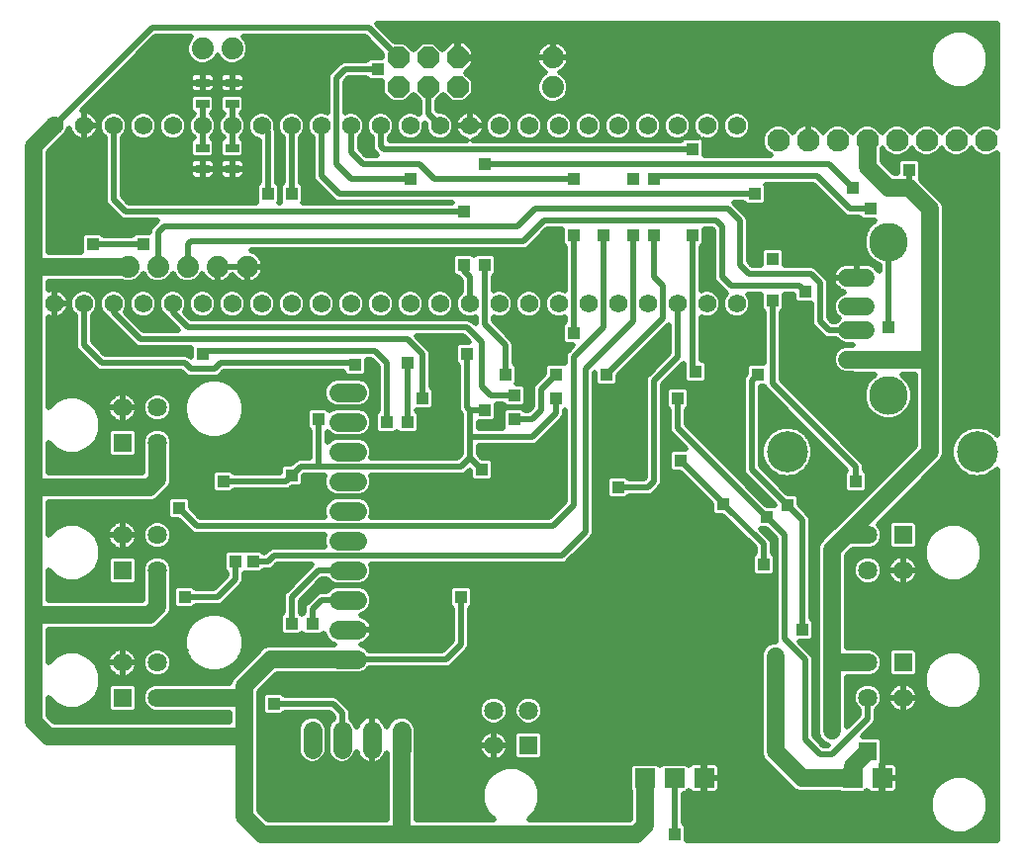
<source format=gbl>
G75*
%MOIN*%
%OFA0B0*%
%FSLAX25Y25*%
%IPPOS*%
%LPD*%
%AMOC8*
5,1,8,0,0,1.08239X$1,22.5*
%
%ADD10R,0.06416X0.06416*%
%ADD11C,0.06416*%
%ADD12C,0.06200*%
%ADD13R,0.06731X0.06731*%
%ADD14C,0.07600*%
%ADD15C,0.13843*%
%ADD16OC8,0.07200*%
%ADD17C,0.06337*%
%ADD18C,0.06400*%
%ADD19C,0.07400*%
%ADD20C,0.06140*%
%ADD21C,0.13055*%
%ADD22R,0.04724X0.03150*%
%ADD23C,0.02000*%
%ADD24OC8,0.04362*%
%ADD25OC8,0.05937*%
%ADD26R,0.04362X0.04362*%
%ADD27C,0.06000*%
%ADD28R,0.06496X0.06496*%
D10*
X0048008Y0073094D03*
X0048008Y0116094D03*
X0048008Y0159094D03*
X0184906Y0057008D03*
X0310992Y0084906D03*
X0310992Y0127906D03*
D11*
X0299181Y0127906D03*
X0299181Y0116094D03*
X0310992Y0116094D03*
X0299181Y0084906D03*
X0299181Y0073094D03*
X0310992Y0073094D03*
X0184906Y0068819D03*
X0173094Y0068819D03*
X0173094Y0057008D03*
X0059819Y0073094D03*
X0059819Y0084906D03*
X0048008Y0084906D03*
X0059819Y0116094D03*
X0059819Y0127906D03*
X0048008Y0127906D03*
X0059819Y0159094D03*
X0059819Y0170906D03*
X0048008Y0170906D03*
D12*
X0045000Y0206000D03*
X0035000Y0206000D03*
X0025000Y0206000D03*
X0055000Y0206000D03*
X0065000Y0206000D03*
X0075000Y0206000D03*
X0085000Y0206000D03*
X0095000Y0206000D03*
X0105000Y0206000D03*
X0115000Y0206000D03*
X0125000Y0206000D03*
X0135000Y0206000D03*
X0145000Y0206000D03*
X0155000Y0206000D03*
X0165000Y0206000D03*
X0175000Y0206000D03*
X0185000Y0206000D03*
X0195000Y0206000D03*
X0205000Y0206000D03*
X0215000Y0206000D03*
X0225000Y0206000D03*
X0235000Y0206000D03*
X0245000Y0206000D03*
X0255000Y0206000D03*
X0255000Y0266000D03*
X0245000Y0266000D03*
X0235000Y0266000D03*
X0225000Y0266000D03*
X0215000Y0266000D03*
X0205000Y0266000D03*
X0195000Y0266000D03*
X0185000Y0266000D03*
X0175000Y0266000D03*
X0165000Y0266000D03*
X0155000Y0266000D03*
X0145000Y0266000D03*
X0135000Y0266000D03*
X0125000Y0266000D03*
X0115000Y0266000D03*
X0105000Y0266000D03*
X0095000Y0266000D03*
X0085000Y0266000D03*
X0075000Y0266000D03*
X0065000Y0266000D03*
X0055000Y0266000D03*
X0045000Y0266000D03*
X0035000Y0266000D03*
X0025000Y0266000D03*
D13*
X0224000Y0046000D03*
X0234000Y0046000D03*
X0244000Y0046000D03*
X0294000Y0046000D03*
X0304000Y0046000D03*
D14*
X0299000Y0261000D03*
X0289000Y0261000D03*
X0279000Y0261000D03*
X0269000Y0261000D03*
X0309000Y0261000D03*
X0319000Y0261000D03*
X0329000Y0261000D03*
X0339000Y0261000D03*
D15*
X0336000Y0156000D03*
X0272000Y0156000D03*
D16*
X0161000Y0279000D03*
X0161000Y0289000D03*
X0151000Y0289000D03*
X0141000Y0289000D03*
X0141000Y0279000D03*
X0151000Y0279000D03*
D17*
X0142000Y0062169D02*
X0142000Y0055831D01*
X0132000Y0055831D02*
X0132000Y0062169D01*
X0122000Y0062169D02*
X0122000Y0055831D01*
X0112000Y0055831D02*
X0112000Y0062169D01*
D18*
X0120800Y0086000D02*
X0127200Y0086000D01*
X0127200Y0096000D02*
X0120800Y0096000D01*
X0120800Y0106000D02*
X0127200Y0106000D01*
X0127200Y0116000D02*
X0120800Y0116000D01*
X0120800Y0126000D02*
X0127200Y0126000D01*
X0127200Y0136000D02*
X0120800Y0136000D01*
X0120800Y0146000D02*
X0127200Y0146000D01*
X0127200Y0156000D02*
X0120800Y0156000D01*
X0120800Y0166000D02*
X0127200Y0166000D01*
X0127200Y0176000D02*
X0120800Y0176000D01*
D19*
X0090000Y0218500D03*
X0080000Y0218500D03*
X0070000Y0218500D03*
X0060000Y0218500D03*
X0050000Y0218500D03*
X0075000Y0292000D03*
X0085000Y0292000D03*
X0193000Y0289000D03*
X0193000Y0279000D03*
D20*
X0292261Y0214780D02*
X0298401Y0214780D01*
X0298401Y0204937D02*
X0292261Y0204937D01*
X0292261Y0197063D02*
X0298401Y0197063D01*
X0298401Y0187220D02*
X0292261Y0187220D01*
D21*
X0306000Y0175134D03*
X0306000Y0226866D03*
D22*
X0085000Y0251457D03*
X0085000Y0258543D03*
X0075000Y0258543D03*
X0075000Y0251457D03*
X0075000Y0273457D03*
X0075000Y0280543D03*
X0085000Y0280543D03*
X0085000Y0273457D03*
D23*
X0085000Y0266000D01*
X0085000Y0258543D01*
X0085000Y0255031D02*
X0082374Y0255031D01*
X0081866Y0254895D01*
X0081410Y0254632D01*
X0081037Y0254260D01*
X0080774Y0253803D01*
X0080638Y0253295D01*
X0080638Y0251457D01*
X0085000Y0251457D01*
X0085000Y0251457D01*
X0085000Y0255031D01*
X0085000Y0251457D01*
X0089362Y0251457D01*
X0089362Y0253295D01*
X0089226Y0253803D01*
X0088963Y0254260D01*
X0088590Y0254632D01*
X0088134Y0254895D01*
X0087626Y0255031D01*
X0085000Y0255031D01*
X0085000Y0254826D02*
X0085000Y0254826D01*
X0085000Y0252827D02*
X0085000Y0252827D01*
X0085000Y0251457D02*
X0085000Y0251457D01*
X0085000Y0251457D01*
X0089362Y0251457D01*
X0089362Y0249619D01*
X0089226Y0249110D01*
X0088963Y0248654D01*
X0088590Y0248281D01*
X0088134Y0248018D01*
X0087626Y0247882D01*
X0085000Y0247882D01*
X0085000Y0251457D01*
X0080638Y0251457D01*
X0080638Y0249619D01*
X0080774Y0249110D01*
X0081037Y0248654D01*
X0081410Y0248281D01*
X0081866Y0248018D01*
X0082374Y0247882D01*
X0085000Y0247882D01*
X0085000Y0251457D01*
X0085000Y0251457D01*
X0085000Y0250829D02*
X0085000Y0250829D01*
X0085000Y0248830D02*
X0085000Y0248830D01*
X0089064Y0248830D02*
X0094000Y0248830D01*
X0094000Y0246908D02*
X0093019Y0245927D01*
X0093019Y0240073D01*
X0093092Y0240000D01*
X0050243Y0240000D01*
X0048000Y0242243D01*
X0048000Y0262070D01*
X0049154Y0263224D01*
X0049900Y0265025D01*
X0049900Y0266975D01*
X0049154Y0268776D01*
X0047776Y0270154D01*
X0045975Y0270900D01*
X0044025Y0270900D01*
X0042224Y0270154D01*
X0040846Y0268776D01*
X0040100Y0266975D01*
X0040100Y0265025D01*
X0040846Y0263224D01*
X0042000Y0262070D01*
X0042000Y0240403D01*
X0042457Y0239301D01*
X0046457Y0235301D01*
X0047301Y0234457D01*
X0048403Y0234000D01*
X0059757Y0234000D01*
X0059457Y0233699D01*
X0057457Y0231699D01*
X0057000Y0230597D01*
X0057000Y0229981D01*
X0052073Y0229981D01*
X0051092Y0229000D01*
X0041908Y0229000D01*
X0040927Y0229981D01*
X0035073Y0229981D01*
X0034019Y0228927D01*
X0034019Y0223500D01*
X0023000Y0223500D01*
X0023000Y0256929D01*
X0029239Y0263168D01*
X0029996Y0264995D01*
X0030026Y0264806D01*
X0030274Y0264042D01*
X0030638Y0263327D01*
X0031110Y0262678D01*
X0031678Y0262110D01*
X0032327Y0261638D01*
X0033042Y0261274D01*
X0033806Y0261026D01*
X0034599Y0260900D01*
X0035000Y0260900D01*
X0035401Y0260900D01*
X0036194Y0261026D01*
X0036958Y0261274D01*
X0037673Y0261638D01*
X0038322Y0262110D01*
X0038890Y0262678D01*
X0039362Y0263327D01*
X0039726Y0264042D01*
X0039974Y0264806D01*
X0040100Y0265599D01*
X0040100Y0266000D01*
X0040100Y0266401D01*
X0039974Y0267194D01*
X0039726Y0267958D01*
X0039362Y0268673D01*
X0038890Y0269322D01*
X0038322Y0269890D01*
X0037673Y0270362D01*
X0036958Y0270726D01*
X0036194Y0270974D01*
X0035401Y0271100D01*
X0035000Y0271100D01*
X0035000Y0266000D01*
X0035000Y0266000D01*
X0040100Y0266000D01*
X0035000Y0266000D01*
X0035000Y0266000D01*
X0035000Y0271100D01*
X0034599Y0271100D01*
X0034294Y0271052D01*
X0059243Y0296000D01*
X0071222Y0296000D01*
X0070337Y0295115D01*
X0069500Y0293094D01*
X0069500Y0290906D01*
X0070337Y0288884D01*
X0071884Y0287337D01*
X0073906Y0286500D01*
X0076094Y0286500D01*
X0078115Y0287337D01*
X0079663Y0288884D01*
X0080000Y0289699D01*
X0080337Y0288884D01*
X0081884Y0287337D01*
X0083906Y0286500D01*
X0086094Y0286500D01*
X0088115Y0287337D01*
X0089663Y0288884D01*
X0090500Y0290906D01*
X0090500Y0293094D01*
X0089663Y0295115D01*
X0088778Y0296000D01*
X0129757Y0296000D01*
X0135600Y0290157D01*
X0135600Y0288981D01*
X0131073Y0288981D01*
X0130092Y0288000D01*
X0122403Y0288000D01*
X0121301Y0287543D01*
X0120457Y0286699D01*
X0117457Y0283699D01*
X0117000Y0282597D01*
X0117000Y0270475D01*
X0115975Y0270900D01*
X0114025Y0270900D01*
X0112224Y0270154D01*
X0110846Y0268776D01*
X0110100Y0266975D01*
X0110100Y0265025D01*
X0110846Y0263224D01*
X0112000Y0262070D01*
X0112000Y0248403D01*
X0112457Y0247301D01*
X0113301Y0246457D01*
X0119301Y0240457D01*
X0120403Y0240000D01*
X0159092Y0240000D01*
X0108908Y0240000D01*
X0108981Y0240073D01*
X0108981Y0245927D01*
X0108000Y0246908D01*
X0108000Y0262070D01*
X0109154Y0263224D01*
X0109900Y0265025D01*
X0109900Y0266975D01*
X0109154Y0268776D01*
X0107776Y0270154D01*
X0105975Y0270900D01*
X0104025Y0270900D01*
X0102224Y0270154D01*
X0100846Y0268776D01*
X0100100Y0266975D01*
X0100100Y0265025D01*
X0100846Y0263224D01*
X0102000Y0262070D01*
X0102000Y0246908D01*
X0101019Y0245927D01*
X0101019Y0240073D01*
X0101092Y0240000D01*
X0100908Y0240000D01*
X0100981Y0240073D01*
X0100981Y0245927D01*
X0100000Y0246908D01*
X0100000Y0264597D01*
X0099861Y0264932D01*
X0099900Y0265025D01*
X0099900Y0266975D01*
X0099154Y0268776D01*
X0097776Y0270154D01*
X0095975Y0270900D01*
X0094025Y0270900D01*
X0092224Y0270154D01*
X0090846Y0268776D01*
X0090100Y0266975D01*
X0090100Y0265025D01*
X0090846Y0263224D01*
X0092224Y0261846D01*
X0094000Y0261110D01*
X0094000Y0246908D01*
X0093924Y0246832D02*
X0048000Y0246832D01*
X0048000Y0248830D02*
X0070936Y0248830D01*
X0071037Y0248654D02*
X0071410Y0248281D01*
X0071866Y0248018D01*
X0072374Y0247882D01*
X0075000Y0247882D01*
X0077626Y0247882D01*
X0078134Y0248018D01*
X0078590Y0248281D01*
X0078963Y0248654D01*
X0079226Y0249110D01*
X0079362Y0249619D01*
X0079362Y0251457D01*
X0079362Y0253295D01*
X0079226Y0253803D01*
X0078963Y0254260D01*
X0078590Y0254632D01*
X0078134Y0254895D01*
X0077626Y0255031D01*
X0075000Y0255031D01*
X0072374Y0255031D01*
X0071866Y0254895D01*
X0071410Y0254632D01*
X0071037Y0254260D01*
X0070774Y0253803D01*
X0070638Y0253295D01*
X0070638Y0251457D01*
X0075000Y0251457D01*
X0075000Y0251457D01*
X0075000Y0255031D01*
X0075000Y0251457D01*
X0079362Y0251457D01*
X0075000Y0251457D01*
X0075000Y0251457D01*
X0075000Y0251457D01*
X0070638Y0251457D01*
X0070638Y0249619D01*
X0070774Y0249110D01*
X0071037Y0248654D01*
X0070638Y0250829D02*
X0048000Y0250829D01*
X0048000Y0252827D02*
X0070638Y0252827D01*
X0071746Y0254826D02*
X0048000Y0254826D01*
X0048000Y0256824D02*
X0070838Y0256824D01*
X0070838Y0256223D02*
X0071892Y0255169D01*
X0078108Y0255169D01*
X0079162Y0256223D01*
X0079162Y0260864D01*
X0078108Y0261918D01*
X0078000Y0261918D01*
X0078000Y0262070D01*
X0079154Y0263224D01*
X0079900Y0265025D01*
X0079900Y0266975D01*
X0079154Y0268776D01*
X0078000Y0269930D01*
X0078000Y0270082D01*
X0078108Y0270082D01*
X0079162Y0271136D01*
X0079162Y0275777D01*
X0078108Y0276831D01*
X0071892Y0276831D01*
X0070838Y0275777D01*
X0070838Y0271136D01*
X0071892Y0270082D01*
X0072000Y0270082D01*
X0072000Y0269930D01*
X0070846Y0268776D01*
X0070100Y0266975D01*
X0070100Y0265025D01*
X0070846Y0263224D01*
X0072000Y0262070D01*
X0072000Y0261918D01*
X0071892Y0261918D01*
X0070838Y0260864D01*
X0070838Y0256223D01*
X0070838Y0258823D02*
X0048000Y0258823D01*
X0048000Y0260821D02*
X0070838Y0260821D01*
X0071250Y0262820D02*
X0068750Y0262820D01*
X0069154Y0263224D02*
X0069900Y0265025D01*
X0069900Y0266975D01*
X0069154Y0268776D01*
X0067776Y0270154D01*
X0065975Y0270900D01*
X0064025Y0270900D01*
X0062224Y0270154D01*
X0060846Y0268776D01*
X0060100Y0266975D01*
X0060100Y0265025D01*
X0060846Y0263224D01*
X0062224Y0261846D01*
X0064025Y0261100D01*
X0065975Y0261100D01*
X0067776Y0261846D01*
X0069154Y0263224D01*
X0069814Y0264818D02*
X0070186Y0264818D01*
X0070100Y0266817D02*
X0069900Y0266817D01*
X0069114Y0268815D02*
X0070886Y0268815D01*
X0071160Y0270814D02*
X0066182Y0270814D01*
X0063818Y0270814D02*
X0056182Y0270814D01*
X0055975Y0270900D02*
X0054025Y0270900D01*
X0052224Y0270154D01*
X0050846Y0268776D01*
X0050100Y0266975D01*
X0050100Y0265025D01*
X0050846Y0263224D01*
X0052224Y0261846D01*
X0054025Y0261100D01*
X0055975Y0261100D01*
X0057776Y0261846D01*
X0059154Y0263224D01*
X0059900Y0265025D01*
X0059900Y0266975D01*
X0059154Y0268776D01*
X0057776Y0270154D01*
X0055975Y0270900D01*
X0053818Y0270814D02*
X0046182Y0270814D01*
X0043818Y0270814D02*
X0036688Y0270814D01*
X0035000Y0270814D02*
X0035000Y0270814D01*
X0035000Y0268815D02*
X0035000Y0268815D01*
X0035000Y0266817D02*
X0035000Y0266817D01*
X0035000Y0266000D02*
X0035000Y0260900D01*
X0035000Y0266000D01*
X0035000Y0266000D01*
X0035000Y0264818D02*
X0035000Y0264818D01*
X0035000Y0262820D02*
X0035000Y0262820D01*
X0038993Y0262820D02*
X0041250Y0262820D01*
X0042000Y0260821D02*
X0026892Y0260821D01*
X0024894Y0258823D02*
X0042000Y0258823D01*
X0042000Y0256824D02*
X0023000Y0256824D01*
X0023000Y0254826D02*
X0042000Y0254826D01*
X0042000Y0252827D02*
X0023000Y0252827D01*
X0023000Y0250829D02*
X0042000Y0250829D01*
X0042000Y0248830D02*
X0023000Y0248830D01*
X0023000Y0246832D02*
X0042000Y0246832D01*
X0042000Y0244833D02*
X0023000Y0244833D01*
X0023000Y0242835D02*
X0042000Y0242835D01*
X0042000Y0240836D02*
X0023000Y0240836D01*
X0023000Y0238838D02*
X0042920Y0238838D01*
X0044918Y0236839D02*
X0023000Y0236839D01*
X0023000Y0234841D02*
X0046917Y0234841D01*
X0049000Y0237000D02*
X0163000Y0237000D01*
X0159092Y0240000D02*
X0159092Y0240000D01*
X0153000Y0248000D02*
X0148000Y0253000D01*
X0129000Y0253000D01*
X0125000Y0257000D01*
X0125000Y0266000D01*
X0123000Y0270475D02*
X0123000Y0280757D01*
X0124243Y0282000D01*
X0130092Y0282000D01*
X0131073Y0281019D01*
X0135600Y0281019D01*
X0135600Y0276763D01*
X0138763Y0273600D01*
X0143237Y0273600D01*
X0146000Y0276363D01*
X0148000Y0274363D01*
X0148000Y0269930D01*
X0147776Y0270154D01*
X0145975Y0270900D01*
X0144025Y0270900D01*
X0142224Y0270154D01*
X0140846Y0268776D01*
X0140100Y0266975D01*
X0140100Y0265025D01*
X0140846Y0263224D01*
X0142224Y0261846D01*
X0144025Y0261100D01*
X0145975Y0261100D01*
X0147776Y0261846D01*
X0149154Y0263224D01*
X0149900Y0265025D01*
X0149900Y0266857D01*
X0150100Y0266657D01*
X0150100Y0265025D01*
X0150846Y0263224D01*
X0152224Y0261846D01*
X0154025Y0261100D01*
X0155975Y0261100D01*
X0157776Y0261846D01*
X0159154Y0263224D01*
X0159900Y0265025D01*
X0159900Y0266975D01*
X0159154Y0268776D01*
X0157776Y0270154D01*
X0155975Y0270900D01*
X0154343Y0270900D01*
X0154000Y0271243D01*
X0154000Y0274363D01*
X0156000Y0276363D01*
X0158763Y0273600D01*
X0163237Y0273600D01*
X0166400Y0276763D01*
X0166400Y0281237D01*
X0163778Y0283859D01*
X0166600Y0286680D01*
X0166600Y0288819D01*
X0161181Y0288819D01*
X0161181Y0289181D01*
X0160819Y0289181D01*
X0160819Y0294600D01*
X0158680Y0294600D01*
X0155859Y0291778D01*
X0153237Y0294400D01*
X0148763Y0294400D01*
X0146000Y0291637D01*
X0143237Y0294400D01*
X0139843Y0294400D01*
X0133778Y0300465D01*
X0342646Y0300465D01*
X0342646Y0265274D01*
X0342172Y0265747D01*
X0340114Y0266600D01*
X0337886Y0266600D01*
X0335828Y0265747D01*
X0334253Y0264172D01*
X0334000Y0263562D01*
X0333747Y0264172D01*
X0332172Y0265747D01*
X0330114Y0266600D01*
X0327886Y0266600D01*
X0325828Y0265747D01*
X0324253Y0264172D01*
X0324000Y0263562D01*
X0323747Y0264172D01*
X0322172Y0265747D01*
X0320114Y0266600D01*
X0317886Y0266600D01*
X0315828Y0265747D01*
X0314253Y0264172D01*
X0314000Y0263562D01*
X0313747Y0264172D01*
X0312172Y0265747D01*
X0310114Y0266600D01*
X0307886Y0266600D01*
X0305828Y0265747D01*
X0304253Y0264172D01*
X0304000Y0263562D01*
X0303747Y0264172D01*
X0302172Y0265747D01*
X0300114Y0266600D01*
X0297886Y0266600D01*
X0295828Y0265747D01*
X0294253Y0264172D01*
X0294000Y0263562D01*
X0293747Y0264172D01*
X0292172Y0265747D01*
X0290114Y0266600D01*
X0287886Y0266600D01*
X0285828Y0265747D01*
X0284253Y0264172D01*
X0284091Y0263783D01*
X0283961Y0264040D01*
X0283424Y0264778D01*
X0282778Y0265424D01*
X0282040Y0265961D01*
X0281226Y0266375D01*
X0280358Y0266657D01*
X0279456Y0266800D01*
X0279000Y0266800D01*
X0279000Y0261000D01*
X0279000Y0261000D01*
X0279000Y0266800D01*
X0278544Y0266800D01*
X0277642Y0266657D01*
X0276774Y0266375D01*
X0275960Y0265961D01*
X0275222Y0265424D01*
X0274576Y0264778D01*
X0274039Y0264040D01*
X0273909Y0263783D01*
X0273747Y0264172D01*
X0272172Y0265747D01*
X0270114Y0266600D01*
X0267886Y0266600D01*
X0265828Y0265747D01*
X0264253Y0264172D01*
X0263400Y0262114D01*
X0263400Y0259886D01*
X0264253Y0257828D01*
X0265828Y0256253D01*
X0266438Y0256000D01*
X0243981Y0256000D01*
X0243981Y0260927D01*
X0243654Y0261254D01*
X0244025Y0261100D01*
X0245975Y0261100D01*
X0247776Y0261846D01*
X0249154Y0263224D01*
X0249900Y0265025D01*
X0249900Y0266975D01*
X0249154Y0268776D01*
X0247776Y0270154D01*
X0245975Y0270900D01*
X0244025Y0270900D01*
X0242224Y0270154D01*
X0240846Y0268776D01*
X0240100Y0266975D01*
X0240100Y0265025D01*
X0240846Y0263224D01*
X0242089Y0261981D01*
X0237911Y0261981D01*
X0239154Y0263224D01*
X0239900Y0265025D01*
X0239900Y0266975D01*
X0239154Y0268776D01*
X0237776Y0270154D01*
X0235975Y0270900D01*
X0234025Y0270900D01*
X0232224Y0270154D01*
X0230846Y0268776D01*
X0230100Y0266975D01*
X0230100Y0265025D01*
X0230846Y0263224D01*
X0232224Y0261846D01*
X0234025Y0261100D01*
X0235975Y0261100D01*
X0236346Y0261254D01*
X0236092Y0261000D01*
X0166033Y0261000D01*
X0166194Y0261026D01*
X0166958Y0261274D01*
X0167673Y0261638D01*
X0168322Y0262110D01*
X0168890Y0262678D01*
X0169362Y0263327D01*
X0169726Y0264042D01*
X0169974Y0264806D01*
X0170100Y0265599D01*
X0170100Y0266000D01*
X0170100Y0266401D01*
X0169974Y0267194D01*
X0169726Y0267958D01*
X0169362Y0268673D01*
X0168890Y0269322D01*
X0168322Y0269890D01*
X0167673Y0270362D01*
X0166958Y0270726D01*
X0166194Y0270974D01*
X0165401Y0271100D01*
X0165000Y0271100D01*
X0165000Y0266000D01*
X0165000Y0266000D01*
X0170100Y0266000D01*
X0165000Y0266000D01*
X0165000Y0266000D01*
X0165000Y0266000D01*
X0159900Y0266000D01*
X0159900Y0266401D01*
X0160026Y0267194D01*
X0160274Y0267958D01*
X0160638Y0268673D01*
X0161110Y0269322D01*
X0161678Y0269890D01*
X0162327Y0270362D01*
X0163042Y0270726D01*
X0163806Y0270974D01*
X0164599Y0271100D01*
X0165000Y0271100D01*
X0165000Y0266000D01*
X0159900Y0266000D01*
X0159900Y0265599D01*
X0160026Y0264806D01*
X0160274Y0264042D01*
X0160638Y0263327D01*
X0161110Y0262678D01*
X0161678Y0262110D01*
X0162327Y0261638D01*
X0163042Y0261274D01*
X0163806Y0261026D01*
X0163967Y0261000D01*
X0138000Y0261000D01*
X0138000Y0262070D01*
X0139154Y0263224D01*
X0139900Y0265025D01*
X0139900Y0266975D01*
X0139154Y0268776D01*
X0137776Y0270154D01*
X0135975Y0270900D01*
X0134025Y0270900D01*
X0132224Y0270154D01*
X0130846Y0268776D01*
X0130100Y0266975D01*
X0130100Y0265025D01*
X0130846Y0263224D01*
X0132000Y0262070D01*
X0132000Y0258403D01*
X0132457Y0257301D01*
X0133457Y0256301D01*
X0133757Y0256000D01*
X0130243Y0256000D01*
X0128000Y0258243D01*
X0128000Y0262070D01*
X0129154Y0263224D01*
X0129900Y0265025D01*
X0129900Y0266975D01*
X0129154Y0268776D01*
X0127776Y0270154D01*
X0125975Y0270900D01*
X0124025Y0270900D01*
X0123000Y0270475D01*
X0123000Y0270814D02*
X0123818Y0270814D01*
X0123000Y0272812D02*
X0148000Y0272812D01*
X0148000Y0270814D02*
X0146182Y0270814D01*
X0143818Y0270814D02*
X0136182Y0270814D01*
X0133818Y0270814D02*
X0126182Y0270814D01*
X0129114Y0268815D02*
X0130886Y0268815D01*
X0130100Y0266817D02*
X0129900Y0266817D01*
X0129814Y0264818D02*
X0130186Y0264818D01*
X0131250Y0262820D02*
X0128750Y0262820D01*
X0128000Y0260821D02*
X0132000Y0260821D01*
X0132000Y0258823D02*
X0128000Y0258823D01*
X0129418Y0256824D02*
X0132933Y0256824D01*
X0135000Y0259000D02*
X0136000Y0258000D01*
X0240000Y0258000D01*
X0243981Y0258823D02*
X0263840Y0258823D01*
X0263400Y0260821D02*
X0243981Y0260821D01*
X0241250Y0262820D02*
X0238749Y0262820D01*
X0239814Y0264818D02*
X0240186Y0264818D01*
X0240100Y0266817D02*
X0239900Y0266817D01*
X0239114Y0268815D02*
X0240886Y0268815D01*
X0243818Y0270814D02*
X0236182Y0270814D01*
X0233818Y0270814D02*
X0226182Y0270814D01*
X0225975Y0270900D02*
X0224025Y0270900D01*
X0222224Y0270154D01*
X0220846Y0268776D01*
X0220100Y0266975D01*
X0220100Y0265025D01*
X0220846Y0263224D01*
X0222224Y0261846D01*
X0224025Y0261100D01*
X0225975Y0261100D01*
X0227776Y0261846D01*
X0229154Y0263224D01*
X0229900Y0265025D01*
X0229900Y0266975D01*
X0229154Y0268776D01*
X0227776Y0270154D01*
X0225975Y0270900D01*
X0223818Y0270814D02*
X0216182Y0270814D01*
X0215975Y0270900D02*
X0214025Y0270900D01*
X0212224Y0270154D01*
X0210846Y0268776D01*
X0210100Y0266975D01*
X0210100Y0265025D01*
X0210846Y0263224D01*
X0212224Y0261846D01*
X0214025Y0261100D01*
X0215975Y0261100D01*
X0217776Y0261846D01*
X0219154Y0263224D01*
X0219900Y0265025D01*
X0219900Y0266975D01*
X0219154Y0268776D01*
X0217776Y0270154D01*
X0215975Y0270900D01*
X0213818Y0270814D02*
X0206182Y0270814D01*
X0205975Y0270900D02*
X0204025Y0270900D01*
X0202224Y0270154D01*
X0200846Y0268776D01*
X0200100Y0266975D01*
X0200100Y0265025D01*
X0200846Y0263224D01*
X0202224Y0261846D01*
X0204025Y0261100D01*
X0205975Y0261100D01*
X0207776Y0261846D01*
X0209154Y0263224D01*
X0209900Y0265025D01*
X0209900Y0266975D01*
X0209154Y0268776D01*
X0207776Y0270154D01*
X0205975Y0270900D01*
X0203818Y0270814D02*
X0196182Y0270814D01*
X0195975Y0270900D02*
X0194025Y0270900D01*
X0192224Y0270154D01*
X0190846Y0268776D01*
X0190100Y0266975D01*
X0190100Y0265025D01*
X0190846Y0263224D01*
X0192224Y0261846D01*
X0194025Y0261100D01*
X0195975Y0261100D01*
X0197776Y0261846D01*
X0199154Y0263224D01*
X0199900Y0265025D01*
X0199900Y0266975D01*
X0199154Y0268776D01*
X0197776Y0270154D01*
X0195975Y0270900D01*
X0193818Y0270814D02*
X0186182Y0270814D01*
X0185975Y0270900D02*
X0187776Y0270154D01*
X0189154Y0268776D01*
X0189900Y0266975D01*
X0189900Y0265025D01*
X0189154Y0263224D01*
X0187776Y0261846D01*
X0185975Y0261100D01*
X0184025Y0261100D01*
X0182224Y0261846D01*
X0180846Y0263224D01*
X0180100Y0265025D01*
X0180100Y0266975D01*
X0180846Y0268776D01*
X0182224Y0270154D01*
X0184025Y0270900D01*
X0185975Y0270900D01*
X0183818Y0270814D02*
X0176182Y0270814D01*
X0175975Y0270900D02*
X0174025Y0270900D01*
X0172224Y0270154D01*
X0170846Y0268776D01*
X0170100Y0266975D01*
X0170100Y0265025D01*
X0170846Y0263224D01*
X0172224Y0261846D01*
X0174025Y0261100D01*
X0175975Y0261100D01*
X0177776Y0261846D01*
X0179154Y0263224D01*
X0179900Y0265025D01*
X0179900Y0266975D01*
X0179154Y0268776D01*
X0177776Y0270154D01*
X0175975Y0270900D01*
X0173818Y0270814D02*
X0166688Y0270814D01*
X0165000Y0270814D02*
X0165000Y0270814D01*
X0163312Y0270814D02*
X0156182Y0270814D01*
X0154000Y0272812D02*
X0342646Y0272812D01*
X0342646Y0270814D02*
X0256182Y0270814D01*
X0255975Y0270900D02*
X0254025Y0270900D01*
X0252224Y0270154D01*
X0250846Y0268776D01*
X0250100Y0266975D01*
X0250100Y0265025D01*
X0250846Y0263224D01*
X0252224Y0261846D01*
X0254025Y0261100D01*
X0255975Y0261100D01*
X0257776Y0261846D01*
X0259154Y0263224D01*
X0259900Y0265025D01*
X0259900Y0266975D01*
X0259154Y0268776D01*
X0257776Y0270154D01*
X0255975Y0270900D01*
X0253818Y0270814D02*
X0246182Y0270814D01*
X0249114Y0268815D02*
X0250886Y0268815D01*
X0250100Y0266817D02*
X0249900Y0266817D01*
X0249814Y0264818D02*
X0250186Y0264818D01*
X0251250Y0262820D02*
X0248750Y0262820D01*
X0243981Y0256824D02*
X0265256Y0256824D01*
X0263692Y0262820D02*
X0258750Y0262820D01*
X0259814Y0264818D02*
X0264899Y0264818D01*
X0259900Y0266817D02*
X0342646Y0266817D01*
X0342646Y0268815D02*
X0259114Y0268815D01*
X0273101Y0264818D02*
X0274616Y0264818D01*
X0279000Y0264818D02*
X0279000Y0264818D01*
X0279000Y0262820D02*
X0279000Y0262820D01*
X0283384Y0264818D02*
X0284899Y0264818D01*
X0293101Y0264818D02*
X0294899Y0264818D01*
X0303101Y0264818D02*
X0304899Y0264818D01*
X0304000Y0258438D02*
X0304253Y0257828D01*
X0305828Y0256253D01*
X0307886Y0255400D01*
X0310114Y0255400D01*
X0312172Y0256253D01*
X0313747Y0257828D01*
X0314000Y0258438D01*
X0314253Y0257828D01*
X0315828Y0256253D01*
X0317886Y0255400D01*
X0320114Y0255400D01*
X0322172Y0256253D01*
X0323747Y0257828D01*
X0324000Y0258438D01*
X0324253Y0257828D01*
X0325828Y0256253D01*
X0327886Y0255400D01*
X0330114Y0255400D01*
X0332172Y0256253D01*
X0333747Y0257828D01*
X0334000Y0258438D01*
X0334253Y0257828D01*
X0335828Y0256253D01*
X0337886Y0255400D01*
X0340114Y0255400D01*
X0342172Y0256253D01*
X0342646Y0256726D01*
X0342646Y0161831D01*
X0342319Y0162319D01*
X0341400Y0162934D01*
X0340940Y0163394D01*
X0340340Y0163642D01*
X0339420Y0164257D01*
X0338335Y0164472D01*
X0337735Y0164721D01*
X0337085Y0164721D01*
X0336000Y0164937D01*
X0334915Y0164721D01*
X0334265Y0164721D01*
X0333665Y0164472D01*
X0332580Y0164257D01*
X0331660Y0163642D01*
X0331060Y0163394D01*
X0330600Y0162934D01*
X0329681Y0162319D01*
X0329066Y0161400D01*
X0328606Y0160940D01*
X0328358Y0160340D01*
X0327743Y0159420D01*
X0327528Y0158335D01*
X0327279Y0157735D01*
X0327279Y0157085D01*
X0327063Y0156000D01*
X0327279Y0154915D01*
X0327279Y0154265D01*
X0327528Y0153665D01*
X0327743Y0152580D01*
X0328358Y0151660D01*
X0328606Y0151060D01*
X0329066Y0150600D01*
X0329681Y0149681D01*
X0330600Y0149066D01*
X0331060Y0148606D01*
X0331660Y0148358D01*
X0332580Y0147743D01*
X0333665Y0147528D01*
X0334265Y0147279D01*
X0334915Y0147279D01*
X0336000Y0147063D01*
X0337085Y0147279D01*
X0337735Y0147279D01*
X0338335Y0147528D01*
X0339420Y0147743D01*
X0340340Y0148358D01*
X0340940Y0148606D01*
X0341400Y0149066D01*
X0342319Y0149681D01*
X0342646Y0150169D01*
X0342646Y0025000D01*
X0237981Y0025000D01*
X0237981Y0029927D01*
X0237000Y0030908D01*
X0237000Y0040835D01*
X0238111Y0040835D01*
X0238906Y0041629D01*
X0239034Y0041407D01*
X0239407Y0041034D01*
X0239863Y0040771D01*
X0240371Y0040635D01*
X0243917Y0040635D01*
X0243917Y0045917D01*
X0244083Y0045917D01*
X0244083Y0046083D01*
X0243917Y0046083D01*
X0243917Y0051365D01*
X0240371Y0051365D01*
X0239863Y0051229D01*
X0239407Y0050966D01*
X0239034Y0050593D01*
X0238906Y0050371D01*
X0238111Y0051165D01*
X0229889Y0051165D01*
X0229000Y0050276D01*
X0228111Y0051165D01*
X0219889Y0051165D01*
X0218835Y0050111D01*
X0218835Y0041889D01*
X0219000Y0041724D01*
X0219000Y0032071D01*
X0218929Y0032000D01*
X0185008Y0032000D01*
X0187397Y0034389D01*
X0188905Y0038030D01*
X0188905Y0041970D01*
X0187397Y0045611D01*
X0184611Y0048397D01*
X0180970Y0049905D01*
X0177030Y0049905D01*
X0173389Y0048397D01*
X0170603Y0045611D01*
X0169094Y0041970D01*
X0169094Y0038030D01*
X0170603Y0034389D01*
X0172992Y0032000D01*
X0147000Y0032000D01*
X0147000Y0059995D01*
X0146968Y0060071D01*
X0146968Y0063157D01*
X0146212Y0064983D01*
X0144814Y0066381D01*
X0142988Y0067137D01*
X0141012Y0067137D01*
X0139186Y0066381D01*
X0137788Y0064983D01*
X0137064Y0063235D01*
X0137041Y0063379D01*
X0136790Y0064153D01*
X0136420Y0064877D01*
X0135942Y0065536D01*
X0135367Y0066111D01*
X0134709Y0066589D01*
X0133984Y0066958D01*
X0133210Y0067210D01*
X0132407Y0067337D01*
X0132000Y0067337D01*
X0132000Y0059000D01*
X0132000Y0059000D01*
X0132000Y0050663D01*
X0132407Y0050663D01*
X0133210Y0050790D01*
X0133984Y0051042D01*
X0134709Y0051411D01*
X0135367Y0051889D01*
X0135942Y0052464D01*
X0136420Y0053123D01*
X0136790Y0053847D01*
X0137000Y0054494D01*
X0137000Y0032000D01*
X0097071Y0032000D01*
X0094000Y0035071D01*
X0094000Y0074929D01*
X0100071Y0081000D01*
X0128195Y0081000D01*
X0130032Y0081761D01*
X0131271Y0083000D01*
X0157597Y0083000D01*
X0158699Y0083457D01*
X0163699Y0088457D01*
X0164543Y0089301D01*
X0165000Y0090403D01*
X0165000Y0103092D01*
X0165981Y0104073D01*
X0165981Y0109927D01*
X0164927Y0110981D01*
X0159073Y0110981D01*
X0158019Y0109927D01*
X0158019Y0104073D01*
X0159000Y0103092D01*
X0159000Y0092243D01*
X0155757Y0089000D01*
X0131271Y0089000D01*
X0130032Y0090239D01*
X0128382Y0090922D01*
X0128418Y0090928D01*
X0129196Y0091181D01*
X0129925Y0091553D01*
X0130588Y0092034D01*
X0131166Y0092612D01*
X0131647Y0093275D01*
X0132019Y0094004D01*
X0132272Y0094782D01*
X0132400Y0095591D01*
X0132400Y0096000D01*
X0132400Y0096409D01*
X0132272Y0097218D01*
X0132019Y0097996D01*
X0131647Y0098725D01*
X0131166Y0099388D01*
X0130588Y0099966D01*
X0129925Y0100447D01*
X0129196Y0100819D01*
X0128418Y0101072D01*
X0128382Y0101078D01*
X0130032Y0101761D01*
X0131439Y0103168D01*
X0132200Y0105005D01*
X0132200Y0106995D01*
X0131439Y0108832D01*
X0130032Y0110239D01*
X0128195Y0111000D01*
X0130032Y0111761D01*
X0131439Y0113168D01*
X0132200Y0115005D01*
X0132200Y0116995D01*
X0131784Y0118000D01*
X0196597Y0118000D01*
X0197699Y0118457D01*
X0198543Y0119301D01*
X0205699Y0126457D01*
X0206543Y0127301D01*
X0207000Y0128403D01*
X0207000Y0182757D01*
X0207019Y0182776D01*
X0207019Y0179073D01*
X0208073Y0178019D01*
X0213927Y0178019D01*
X0214981Y0179073D01*
X0214981Y0181738D01*
X0232000Y0198757D01*
X0232000Y0189243D01*
X0225301Y0182543D01*
X0224457Y0181699D01*
X0224000Y0180597D01*
X0224000Y0147243D01*
X0223757Y0147000D01*
X0218908Y0147000D01*
X0217927Y0147981D01*
X0212073Y0147981D01*
X0211019Y0146927D01*
X0211019Y0141073D01*
X0212073Y0140019D01*
X0217927Y0140019D01*
X0218908Y0141000D01*
X0225597Y0141000D01*
X0226699Y0141457D01*
X0229543Y0144301D01*
X0230000Y0145403D01*
X0230000Y0178757D01*
X0237000Y0185757D01*
X0237000Y0183403D01*
X0237019Y0183358D01*
X0237019Y0180073D01*
X0238073Y0179019D01*
X0243927Y0179019D01*
X0244981Y0180073D01*
X0244981Y0185927D01*
X0243927Y0186981D01*
X0243000Y0186981D01*
X0243000Y0201525D01*
X0244025Y0201100D01*
X0245975Y0201100D01*
X0247776Y0201846D01*
X0249154Y0203224D01*
X0249900Y0205025D01*
X0249900Y0206975D01*
X0249154Y0208776D01*
X0247776Y0210154D01*
X0245975Y0210900D01*
X0244025Y0210900D01*
X0243000Y0210475D01*
X0243000Y0225092D01*
X0243981Y0226073D01*
X0243981Y0231000D01*
X0246757Y0231000D01*
X0247000Y0230757D01*
X0247000Y0214403D01*
X0247457Y0213301D01*
X0250457Y0210301D01*
X0251301Y0209457D01*
X0251461Y0209390D01*
X0250846Y0208776D01*
X0250100Y0206975D01*
X0250100Y0205025D01*
X0250846Y0203224D01*
X0252224Y0201846D01*
X0254025Y0201100D01*
X0255975Y0201100D01*
X0257776Y0201846D01*
X0259154Y0203224D01*
X0259900Y0205025D01*
X0259900Y0206975D01*
X0259154Y0208776D01*
X0258930Y0209000D01*
X0263019Y0209000D01*
X0263019Y0204073D01*
X0264000Y0203092D01*
X0264000Y0185981D01*
X0259073Y0185981D01*
X0258019Y0184927D01*
X0258019Y0182262D01*
X0257457Y0181699D01*
X0257000Y0180597D01*
X0257000Y0149403D01*
X0257457Y0148301D01*
X0258301Y0147457D01*
X0267776Y0137981D01*
X0265262Y0137981D01*
X0238000Y0165243D01*
X0238000Y0170092D01*
X0238981Y0171073D01*
X0238981Y0176927D01*
X0237927Y0177981D01*
X0232073Y0177981D01*
X0231019Y0176927D01*
X0231019Y0171073D01*
X0232000Y0170092D01*
X0232000Y0163403D01*
X0232457Y0162301D01*
X0233301Y0161457D01*
X0237776Y0156981D01*
X0233073Y0156981D01*
X0232019Y0155927D01*
X0232019Y0150073D01*
X0233073Y0149019D01*
X0235738Y0149019D01*
X0246457Y0138301D01*
X0246519Y0138238D01*
X0246519Y0135573D01*
X0247573Y0134519D01*
X0250238Y0134519D01*
X0261000Y0123757D01*
X0261000Y0121908D01*
X0260019Y0120927D01*
X0260019Y0115073D01*
X0261073Y0114019D01*
X0266927Y0114019D01*
X0267981Y0115073D01*
X0267981Y0120927D01*
X0267000Y0121908D01*
X0267000Y0125597D01*
X0266543Y0126699D01*
X0263224Y0130019D01*
X0264738Y0130019D01*
X0268000Y0126757D01*
X0268000Y0092403D01*
X0268167Y0092000D01*
X0267005Y0092000D01*
X0265168Y0091239D01*
X0263761Y0089832D01*
X0263000Y0087995D01*
X0263000Y0054005D01*
X0263761Y0052168D01*
X0272761Y0043168D01*
X0274168Y0041761D01*
X0276005Y0041000D01*
X0289724Y0041000D01*
X0289889Y0040835D01*
X0298111Y0040835D01*
X0298906Y0041629D01*
X0299034Y0041407D01*
X0299407Y0041034D01*
X0299863Y0040771D01*
X0300371Y0040635D01*
X0303917Y0040635D01*
X0303917Y0045917D01*
X0304083Y0045917D01*
X0304083Y0046083D01*
X0303917Y0046083D01*
X0303917Y0050876D01*
X0304048Y0051006D01*
X0304048Y0058994D01*
X0302994Y0060048D01*
X0297291Y0060048D01*
X0301724Y0064482D01*
X0302181Y0065584D01*
X0302181Y0069012D01*
X0303427Y0070258D01*
X0304189Y0072098D01*
X0304189Y0074091D01*
X0303427Y0075931D01*
X0302018Y0077340D01*
X0300177Y0078102D01*
X0298185Y0078102D01*
X0296344Y0077340D01*
X0294936Y0075931D01*
X0294173Y0074091D01*
X0294173Y0072098D01*
X0294936Y0070258D01*
X0296181Y0069012D01*
X0296181Y0067424D01*
X0292000Y0063243D01*
X0292000Y0079906D01*
X0298166Y0079906D01*
X0298185Y0079898D01*
X0300177Y0079898D01*
X0302018Y0080660D01*
X0303427Y0082069D01*
X0304189Y0083909D01*
X0304189Y0085902D01*
X0303427Y0087742D01*
X0302018Y0089151D01*
X0300177Y0089913D01*
X0298185Y0089913D01*
X0298166Y0089905D01*
X0292000Y0089905D01*
X0292000Y0120929D01*
X0293332Y0122261D01*
X0294071Y0123000D01*
X0297938Y0123000D01*
X0298185Y0122898D01*
X0300177Y0122898D01*
X0302018Y0123660D01*
X0303427Y0125069D01*
X0304189Y0126909D01*
X0304189Y0128902D01*
X0303427Y0130742D01*
X0302620Y0131549D01*
X0322832Y0151761D01*
X0324239Y0153168D01*
X0325000Y0155005D01*
X0325000Y0238995D01*
X0324239Y0240832D01*
X0317239Y0247832D01*
X0316981Y0248090D01*
X0316981Y0253927D01*
X0315927Y0254981D01*
X0310073Y0254981D01*
X0309019Y0253927D01*
X0309019Y0250000D01*
X0308071Y0250000D01*
X0304000Y0254071D01*
X0304000Y0258438D01*
X0304000Y0258438D01*
X0304000Y0256824D02*
X0305256Y0256824D01*
X0304000Y0254826D02*
X0309918Y0254826D01*
X0309019Y0252827D02*
X0305244Y0252827D01*
X0307242Y0250829D02*
X0309019Y0250829D01*
X0313000Y0251000D02*
X0313000Y0245000D01*
X0316981Y0248830D02*
X0342646Y0248830D01*
X0342646Y0246832D02*
X0318239Y0246832D01*
X0320238Y0244833D02*
X0342646Y0244833D01*
X0342646Y0242835D02*
X0322236Y0242835D01*
X0324235Y0240836D02*
X0342646Y0240836D01*
X0342646Y0238838D02*
X0325000Y0238838D01*
X0325000Y0236839D02*
X0342646Y0236839D01*
X0342646Y0234841D02*
X0325000Y0234841D01*
X0325000Y0232842D02*
X0342646Y0232842D01*
X0342646Y0230844D02*
X0325000Y0230844D01*
X0325000Y0228845D02*
X0342646Y0228845D01*
X0342646Y0226847D02*
X0325000Y0226847D01*
X0325000Y0224848D02*
X0342646Y0224848D01*
X0342646Y0222850D02*
X0325000Y0222850D01*
X0325000Y0220851D02*
X0342646Y0220851D01*
X0342646Y0218853D02*
X0325000Y0218853D01*
X0325000Y0216854D02*
X0342646Y0216854D01*
X0342646Y0214856D02*
X0325000Y0214856D01*
X0325000Y0212857D02*
X0342646Y0212857D01*
X0342646Y0210859D02*
X0325000Y0210859D01*
X0325000Y0208860D02*
X0342646Y0208860D01*
X0342646Y0206862D02*
X0325000Y0206862D01*
X0325000Y0204863D02*
X0342646Y0204863D01*
X0342646Y0202865D02*
X0325000Y0202865D01*
X0325000Y0200866D02*
X0342646Y0200866D01*
X0342646Y0198868D02*
X0325000Y0198868D01*
X0325000Y0196869D02*
X0342646Y0196869D01*
X0342646Y0194870D02*
X0325000Y0194870D01*
X0325000Y0192872D02*
X0342646Y0192872D01*
X0342646Y0190873D02*
X0325000Y0190873D01*
X0325000Y0188875D02*
X0342646Y0188875D01*
X0342646Y0186876D02*
X0325000Y0186876D01*
X0325000Y0184878D02*
X0342646Y0184878D01*
X0342646Y0182879D02*
X0325000Y0182879D01*
X0325000Y0180881D02*
X0342646Y0180881D01*
X0342646Y0178882D02*
X0325000Y0178882D01*
X0325000Y0176884D02*
X0342646Y0176884D01*
X0342646Y0174885D02*
X0325000Y0174885D01*
X0325000Y0172887D02*
X0342646Y0172887D01*
X0342646Y0170888D02*
X0325000Y0170888D01*
X0325000Y0168890D02*
X0342646Y0168890D01*
X0342646Y0166891D02*
X0325000Y0166891D01*
X0325000Y0164893D02*
X0335778Y0164893D01*
X0336222Y0164893D02*
X0342646Y0164893D01*
X0342646Y0162894D02*
X0341459Y0162894D01*
X0330541Y0162894D02*
X0325000Y0162894D01*
X0325000Y0160896D02*
X0328588Y0160896D01*
X0327639Y0158897D02*
X0325000Y0158897D01*
X0325000Y0156899D02*
X0327242Y0156899D01*
X0327279Y0154900D02*
X0324956Y0154900D01*
X0323973Y0152902D02*
X0327679Y0152902D01*
X0328763Y0150903D02*
X0321974Y0150903D01*
X0319976Y0148905D02*
X0330762Y0148905D01*
X0341238Y0148905D02*
X0342646Y0148905D01*
X0342646Y0146906D02*
X0317977Y0146906D01*
X0315979Y0144908D02*
X0342646Y0144908D01*
X0342646Y0142909D02*
X0313980Y0142909D01*
X0311982Y0140911D02*
X0342646Y0140911D01*
X0342646Y0138912D02*
X0309983Y0138912D01*
X0307985Y0136914D02*
X0342646Y0136914D01*
X0342646Y0134915D02*
X0305986Y0134915D01*
X0307039Y0132913D02*
X0305984Y0131859D01*
X0305984Y0123952D01*
X0307039Y0122898D01*
X0314946Y0122898D01*
X0316000Y0123952D01*
X0316000Y0131859D01*
X0314946Y0132913D01*
X0307039Y0132913D01*
X0305984Y0130918D02*
X0303251Y0130918D01*
X0303988Y0132917D02*
X0342646Y0132917D01*
X0342646Y0130918D02*
X0332354Y0130918D01*
X0333611Y0130397D02*
X0329970Y0131905D01*
X0326030Y0131905D01*
X0322389Y0130397D01*
X0319603Y0127611D01*
X0318094Y0123970D01*
X0318094Y0120030D01*
X0319603Y0116389D01*
X0322389Y0113603D01*
X0326030Y0112094D01*
X0329970Y0112094D01*
X0333611Y0113603D01*
X0336397Y0116389D01*
X0337905Y0120030D01*
X0337905Y0123970D01*
X0336397Y0127611D01*
X0333611Y0130397D01*
X0335089Y0128920D02*
X0342646Y0128920D01*
X0342646Y0126921D02*
X0336683Y0126921D01*
X0337511Y0124923D02*
X0342646Y0124923D01*
X0342646Y0122924D02*
X0337905Y0122924D01*
X0337905Y0120926D02*
X0342646Y0120926D01*
X0342646Y0118927D02*
X0337449Y0118927D01*
X0336621Y0116929D02*
X0342646Y0116929D01*
X0342646Y0114930D02*
X0334939Y0114930D01*
X0331991Y0112932D02*
X0342646Y0112932D01*
X0342646Y0110933D02*
X0311695Y0110933D01*
X0311402Y0110887D02*
X0312212Y0111015D01*
X0312991Y0111268D01*
X0313722Y0111640D01*
X0314385Y0112122D01*
X0314964Y0112702D01*
X0315446Y0113365D01*
X0315818Y0114095D01*
X0316072Y0114875D01*
X0316200Y0115685D01*
X0316200Y0116091D01*
X0310996Y0116091D01*
X0310996Y0116098D01*
X0316200Y0116098D01*
X0316200Y0116504D01*
X0316072Y0117314D01*
X0315818Y0118094D01*
X0315446Y0118824D01*
X0314964Y0119487D01*
X0314385Y0120067D01*
X0313722Y0120549D01*
X0312991Y0120921D01*
X0312212Y0121174D01*
X0311402Y0121302D01*
X0310996Y0121302D01*
X0310996Y0116098D01*
X0310988Y0116098D01*
X0310988Y0116091D01*
X0305784Y0116091D01*
X0305784Y0115685D01*
X0305912Y0114875D01*
X0306166Y0114095D01*
X0306538Y0113365D01*
X0307020Y0112702D01*
X0307599Y0112122D01*
X0308263Y0111640D01*
X0308993Y0111268D01*
X0309773Y0111015D01*
X0310582Y0110887D01*
X0310988Y0110887D01*
X0310988Y0116090D01*
X0310996Y0116090D01*
X0310996Y0110887D01*
X0311402Y0110887D01*
X0310996Y0110933D02*
X0310988Y0110933D01*
X0310289Y0110933D02*
X0292000Y0110933D01*
X0292000Y0108934D02*
X0342646Y0108934D01*
X0342646Y0106936D02*
X0292000Y0106936D01*
X0292000Y0104937D02*
X0342646Y0104937D01*
X0342646Y0102939D02*
X0292000Y0102939D01*
X0292000Y0100940D02*
X0342646Y0100940D01*
X0342646Y0098942D02*
X0292000Y0098942D01*
X0292000Y0096943D02*
X0342646Y0096943D01*
X0342646Y0094945D02*
X0292000Y0094945D01*
X0292000Y0092946D02*
X0342646Y0092946D01*
X0342646Y0090948D02*
X0292000Y0090948D01*
X0282000Y0090948D02*
X0277295Y0090948D01*
X0276224Y0092019D02*
X0279927Y0092019D01*
X0280981Y0093073D01*
X0280981Y0098927D01*
X0280000Y0099908D01*
X0280000Y0133597D01*
X0279543Y0134699D01*
X0275981Y0138262D01*
X0275981Y0140927D01*
X0274927Y0141981D01*
X0272262Y0141981D01*
X0263000Y0151243D01*
X0263000Y0178019D01*
X0264159Y0178019D01*
X0264457Y0177301D01*
X0265301Y0176457D01*
X0291925Y0149833D01*
X0291019Y0148927D01*
X0291019Y0143073D01*
X0292073Y0142019D01*
X0297927Y0142019D01*
X0298981Y0143073D01*
X0298981Y0148927D01*
X0298000Y0149908D01*
X0298000Y0151597D01*
X0297543Y0152699D01*
X0270000Y0180243D01*
X0270000Y0203092D01*
X0270981Y0204073D01*
X0270981Y0209000D01*
X0274019Y0209000D01*
X0274019Y0207073D01*
X0275073Y0206019D01*
X0280000Y0206019D01*
X0280000Y0199466D01*
X0280457Y0198364D01*
X0283457Y0195364D01*
X0284301Y0194520D01*
X0285403Y0194063D01*
X0288373Y0194063D01*
X0289502Y0192934D01*
X0291292Y0192193D01*
X0294270Y0192193D01*
X0294022Y0192091D01*
X0291292Y0192091D01*
X0289502Y0191349D01*
X0288132Y0189979D01*
X0287391Y0188189D01*
X0287391Y0186252D01*
X0288132Y0184462D01*
X0289502Y0183092D01*
X0291292Y0182350D01*
X0294022Y0182350D01*
X0294336Y0182220D01*
X0301348Y0182220D01*
X0301283Y0182194D01*
X0298940Y0179851D01*
X0297672Y0176790D01*
X0297672Y0173477D01*
X0298940Y0170417D01*
X0301283Y0168074D01*
X0304344Y0166806D01*
X0307656Y0166806D01*
X0310717Y0168074D01*
X0313060Y0170417D01*
X0314328Y0173477D01*
X0314328Y0176790D01*
X0313060Y0179851D01*
X0310717Y0182194D01*
X0310652Y0182220D01*
X0315000Y0182220D01*
X0315000Y0158071D01*
X0287761Y0130832D01*
X0286261Y0129332D01*
X0282761Y0125832D01*
X0282000Y0123995D01*
X0282000Y0061005D01*
X0282761Y0059168D01*
X0284168Y0057761D01*
X0285830Y0057073D01*
X0285757Y0057000D01*
X0284243Y0057000D01*
X0281000Y0060243D01*
X0281000Y0086597D01*
X0280543Y0087699D01*
X0276224Y0092019D01*
X0277000Y0096000D02*
X0277000Y0133000D01*
X0272000Y0138000D01*
X0260000Y0150000D01*
X0260000Y0180000D01*
X0262000Y0182000D01*
X0258019Y0182879D02*
X0244981Y0182879D01*
X0244981Y0180881D02*
X0257118Y0180881D01*
X0257000Y0178882D02*
X0230125Y0178882D01*
X0230000Y0176884D02*
X0231019Y0176884D01*
X0231019Y0174885D02*
X0230000Y0174885D01*
X0230000Y0172887D02*
X0231019Y0172887D01*
X0231204Y0170888D02*
X0230000Y0170888D01*
X0230000Y0168890D02*
X0232000Y0168890D01*
X0232000Y0166891D02*
X0230000Y0166891D01*
X0230000Y0164893D02*
X0232000Y0164893D01*
X0232211Y0162894D02*
X0230000Y0162894D01*
X0230000Y0160896D02*
X0233862Y0160896D01*
X0233301Y0161457D02*
X0233301Y0161457D01*
X0235000Y0164000D02*
X0235000Y0174000D01*
X0238981Y0174885D02*
X0257000Y0174885D01*
X0257000Y0172887D02*
X0238981Y0172887D01*
X0238796Y0170888D02*
X0257000Y0170888D01*
X0257000Y0168890D02*
X0238000Y0168890D01*
X0238000Y0166891D02*
X0257000Y0166891D01*
X0257000Y0164893D02*
X0238350Y0164893D01*
X0240348Y0162894D02*
X0257000Y0162894D01*
X0257000Y0160896D02*
X0242347Y0160896D01*
X0244345Y0158897D02*
X0257000Y0158897D01*
X0257000Y0156899D02*
X0246344Y0156899D01*
X0248342Y0154900D02*
X0257000Y0154900D01*
X0257000Y0152902D02*
X0250341Y0152902D01*
X0252339Y0150903D02*
X0257000Y0150903D01*
X0257206Y0148905D02*
X0254338Y0148905D01*
X0256336Y0146906D02*
X0258851Y0146906D01*
X0258335Y0144908D02*
X0260850Y0144908D01*
X0260333Y0142909D02*
X0262848Y0142909D01*
X0262332Y0140911D02*
X0264847Y0140911D01*
X0264330Y0138912D02*
X0266845Y0138912D01*
X0271333Y0142909D02*
X0291183Y0142909D01*
X0291019Y0144908D02*
X0269335Y0144908D01*
X0270265Y0147279D02*
X0269665Y0147528D01*
X0268580Y0147743D01*
X0267660Y0148358D01*
X0267060Y0148606D01*
X0266600Y0149066D01*
X0265681Y0149681D01*
X0265066Y0150600D01*
X0264606Y0151060D01*
X0264358Y0151660D01*
X0263743Y0152580D01*
X0263528Y0153665D01*
X0263279Y0154265D01*
X0263279Y0154915D01*
X0263063Y0156000D01*
X0263279Y0157085D01*
X0263279Y0157735D01*
X0263528Y0158335D01*
X0263743Y0159420D01*
X0264358Y0160340D01*
X0264606Y0160940D01*
X0265066Y0161400D01*
X0265681Y0162319D01*
X0266600Y0162934D01*
X0267060Y0163394D01*
X0267660Y0163642D01*
X0268580Y0164257D01*
X0269665Y0164472D01*
X0270265Y0164721D01*
X0270915Y0164721D01*
X0272000Y0164937D01*
X0273085Y0164721D01*
X0273735Y0164721D01*
X0274335Y0164472D01*
X0275420Y0164257D01*
X0276340Y0163642D01*
X0276940Y0163394D01*
X0277400Y0162934D01*
X0278319Y0162319D01*
X0278934Y0161400D01*
X0279394Y0160940D01*
X0279642Y0160340D01*
X0280257Y0159420D01*
X0280472Y0158335D01*
X0280721Y0157735D01*
X0280721Y0157085D01*
X0280937Y0156000D01*
X0280721Y0154915D01*
X0280721Y0154265D01*
X0280472Y0153665D01*
X0280257Y0152580D01*
X0279642Y0151660D01*
X0279394Y0151060D01*
X0278934Y0150600D01*
X0278319Y0149681D01*
X0277400Y0149066D01*
X0276940Y0148606D01*
X0276340Y0148358D01*
X0275420Y0147743D01*
X0274335Y0147528D01*
X0273735Y0147279D01*
X0273085Y0147279D01*
X0272000Y0147063D01*
X0270915Y0147279D01*
X0270265Y0147279D01*
X0267336Y0146906D02*
X0291019Y0146906D01*
X0291019Y0148905D02*
X0277238Y0148905D01*
X0279237Y0150903D02*
X0290854Y0150903D01*
X0288856Y0152902D02*
X0280321Y0152902D01*
X0280721Y0154900D02*
X0286857Y0154900D01*
X0284859Y0156899D02*
X0280758Y0156899D01*
X0280361Y0158897D02*
X0282860Y0158897D01*
X0280862Y0160896D02*
X0279412Y0160896D01*
X0278863Y0162894D02*
X0277459Y0162894D01*
X0276865Y0164893D02*
X0272222Y0164893D01*
X0271778Y0164893D02*
X0263000Y0164893D01*
X0263000Y0166891D02*
X0274866Y0166891D01*
X0272868Y0168890D02*
X0263000Y0168890D01*
X0263000Y0170888D02*
X0270869Y0170888D01*
X0268870Y0172887D02*
X0263000Y0172887D01*
X0263000Y0174885D02*
X0266872Y0174885D01*
X0264873Y0176884D02*
X0263000Y0176884D01*
X0267000Y0179000D02*
X0267000Y0207000D01*
X0270981Y0206862D02*
X0274231Y0206862D01*
X0274019Y0208860D02*
X0270981Y0208860D01*
X0270981Y0204863D02*
X0280000Y0204863D01*
X0280000Y0202865D02*
X0270000Y0202865D01*
X0270000Y0200866D02*
X0280000Y0200866D01*
X0280248Y0198868D02*
X0270000Y0198868D01*
X0270000Y0196869D02*
X0281951Y0196869D01*
X0283950Y0194870D02*
X0270000Y0194870D01*
X0270000Y0192872D02*
X0289652Y0192872D01*
X0289026Y0190873D02*
X0270000Y0190873D01*
X0270000Y0188875D02*
X0287675Y0188875D01*
X0287391Y0186876D02*
X0270000Y0186876D01*
X0270000Y0184878D02*
X0287960Y0184878D01*
X0290015Y0182879D02*
X0270000Y0182879D01*
X0270000Y0180881D02*
X0299970Y0180881D01*
X0298539Y0178882D02*
X0271360Y0178882D01*
X0273359Y0176884D02*
X0297711Y0176884D01*
X0297672Y0174885D02*
X0275357Y0174885D01*
X0277356Y0172887D02*
X0297917Y0172887D01*
X0298745Y0170888D02*
X0279354Y0170888D01*
X0281353Y0168890D02*
X0300467Y0168890D01*
X0304138Y0166891D02*
X0283351Y0166891D01*
X0285350Y0164893D02*
X0315000Y0164893D01*
X0315000Y0166891D02*
X0307862Y0166891D01*
X0311533Y0168890D02*
X0315000Y0168890D01*
X0315000Y0170888D02*
X0313255Y0170888D01*
X0314083Y0172887D02*
X0315000Y0172887D01*
X0315000Y0174885D02*
X0314328Y0174885D01*
X0314289Y0176884D02*
X0315000Y0176884D01*
X0315000Y0178882D02*
X0313461Y0178882D01*
X0312030Y0180881D02*
X0315000Y0180881D01*
X0306000Y0198000D02*
X0306000Y0226866D01*
X0297672Y0226847D02*
X0259000Y0226847D01*
X0259000Y0228845D02*
X0297806Y0228845D01*
X0297672Y0228523D02*
X0297672Y0225210D01*
X0298940Y0222149D01*
X0301283Y0219806D01*
X0303000Y0219095D01*
X0303000Y0216921D01*
X0302737Y0217437D01*
X0302268Y0218082D01*
X0301704Y0218647D01*
X0301058Y0219116D01*
X0300347Y0219478D01*
X0299588Y0219725D01*
X0298800Y0219850D01*
X0295331Y0219850D01*
X0295331Y0214780D01*
X0295331Y0214780D01*
X0295331Y0219850D01*
X0291862Y0219850D01*
X0291073Y0219725D01*
X0290314Y0219478D01*
X0289603Y0219116D01*
X0288958Y0218647D01*
X0288393Y0218082D01*
X0287924Y0217437D01*
X0287562Y0216726D01*
X0287315Y0215967D01*
X0287191Y0215179D01*
X0287191Y0214780D01*
X0295331Y0214780D01*
X0295331Y0214779D01*
X0287191Y0214779D01*
X0287191Y0214380D01*
X0287315Y0213592D01*
X0287562Y0212833D01*
X0287924Y0212122D01*
X0288393Y0211477D01*
X0288958Y0210912D01*
X0289603Y0210443D01*
X0290314Y0210081D01*
X0291073Y0209834D01*
X0291279Y0209802D01*
X0289502Y0209066D01*
X0288132Y0207696D01*
X0287391Y0205906D01*
X0287391Y0203968D01*
X0288132Y0202178D01*
X0289310Y0201000D01*
X0288373Y0200063D01*
X0287243Y0200063D01*
X0286000Y0201306D01*
X0286000Y0213597D01*
X0285543Y0214699D01*
X0284699Y0215543D01*
X0281699Y0218543D01*
X0280597Y0219000D01*
X0270981Y0219000D01*
X0270981Y0223927D01*
X0269927Y0224981D01*
X0264073Y0224981D01*
X0263019Y0223927D01*
X0263019Y0219000D01*
X0260243Y0219000D01*
X0259000Y0220243D01*
X0259000Y0234597D01*
X0258543Y0235699D01*
X0257699Y0236543D01*
X0254243Y0240000D01*
X0257092Y0240000D01*
X0258073Y0239019D01*
X0263927Y0239019D01*
X0264981Y0240073D01*
X0264981Y0245927D01*
X0264908Y0246000D01*
X0280757Y0246000D01*
X0291301Y0235457D01*
X0292403Y0235000D01*
X0296092Y0235000D01*
X0297073Y0234019D01*
X0301507Y0234019D01*
X0301283Y0233926D01*
X0298940Y0231583D01*
X0297672Y0228523D01*
X0298634Y0230844D02*
X0259000Y0230844D01*
X0259000Y0232842D02*
X0300199Y0232842D01*
X0300000Y0238000D02*
X0293000Y0238000D01*
X0282000Y0249000D01*
X0228000Y0249000D01*
X0227000Y0248000D01*
X0220000Y0248000D02*
X0220000Y0247000D01*
X0218750Y0262820D02*
X0221250Y0262820D01*
X0220186Y0264818D02*
X0219814Y0264818D01*
X0219900Y0266817D02*
X0220100Y0266817D01*
X0220886Y0268815D02*
X0219114Y0268815D01*
X0210886Y0268815D02*
X0209114Y0268815D01*
X0209900Y0266817D02*
X0210100Y0266817D01*
X0210186Y0264818D02*
X0209814Y0264818D01*
X0208750Y0262820D02*
X0211250Y0262820D01*
X0201250Y0262820D02*
X0198750Y0262820D01*
X0199814Y0264818D02*
X0200186Y0264818D01*
X0200100Y0266817D02*
X0199900Y0266817D01*
X0199114Y0268815D02*
X0200886Y0268815D01*
X0196115Y0274337D02*
X0197663Y0275884D01*
X0198500Y0277906D01*
X0198500Y0280094D01*
X0197663Y0282115D01*
X0196115Y0283663D01*
X0195544Y0283899D01*
X0195987Y0284125D01*
X0196713Y0284652D01*
X0197348Y0285287D01*
X0197875Y0286013D01*
X0198282Y0286812D01*
X0198560Y0287665D01*
X0198700Y0288551D01*
X0198700Y0289000D01*
X0198700Y0289449D01*
X0198560Y0290335D01*
X0198282Y0291188D01*
X0197875Y0291987D01*
X0197348Y0292713D01*
X0196713Y0293348D01*
X0195987Y0293875D01*
X0195188Y0294282D01*
X0194335Y0294560D01*
X0193449Y0294700D01*
X0193000Y0294700D01*
X0193000Y0289000D01*
X0198700Y0289000D01*
X0193000Y0289000D01*
X0193000Y0289000D01*
X0193000Y0289000D01*
X0193000Y0289000D01*
X0187300Y0289000D01*
X0187300Y0289449D01*
X0187440Y0290335D01*
X0187718Y0291188D01*
X0188125Y0291987D01*
X0188652Y0292713D01*
X0189287Y0293348D01*
X0190013Y0293875D01*
X0190812Y0294282D01*
X0191665Y0294560D01*
X0192551Y0294700D01*
X0193000Y0294700D01*
X0193000Y0289000D01*
X0187300Y0289000D01*
X0187300Y0288551D01*
X0187440Y0287665D01*
X0187718Y0286812D01*
X0188125Y0286013D01*
X0188652Y0285287D01*
X0189287Y0284652D01*
X0190013Y0284125D01*
X0190456Y0283899D01*
X0189884Y0283663D01*
X0188337Y0282115D01*
X0187500Y0280094D01*
X0187500Y0277906D01*
X0188337Y0275884D01*
X0189884Y0274337D01*
X0191906Y0273500D01*
X0194094Y0273500D01*
X0196115Y0274337D01*
X0196589Y0274811D02*
X0342646Y0274811D01*
X0342646Y0276809D02*
X0198046Y0276809D01*
X0198500Y0278808D02*
X0327429Y0278808D01*
X0328030Y0278559D02*
X0331970Y0278559D01*
X0335611Y0280067D01*
X0338398Y0282854D01*
X0339906Y0286495D01*
X0339906Y0290435D01*
X0338398Y0294076D01*
X0335611Y0296863D01*
X0331970Y0298371D01*
X0328030Y0298371D01*
X0324389Y0296863D01*
X0321602Y0294076D01*
X0320094Y0290435D01*
X0320094Y0286495D01*
X0321602Y0282854D01*
X0324389Y0280067D01*
X0328030Y0278559D01*
X0332571Y0278808D02*
X0342646Y0278808D01*
X0342646Y0280806D02*
X0336351Y0280806D01*
X0338349Y0282805D02*
X0342646Y0282805D01*
X0342646Y0284803D02*
X0339206Y0284803D01*
X0339906Y0286802D02*
X0342646Y0286802D01*
X0342646Y0288801D02*
X0339906Y0288801D01*
X0339755Y0290799D02*
X0342646Y0290799D01*
X0342646Y0292798D02*
X0338928Y0292798D01*
X0337678Y0294796D02*
X0342646Y0294796D01*
X0342646Y0296795D02*
X0335680Y0296795D01*
X0342646Y0298793D02*
X0135450Y0298793D01*
X0137448Y0296795D02*
X0324320Y0296795D01*
X0322322Y0294796D02*
X0139447Y0294796D01*
X0141000Y0289000D02*
X0131000Y0299000D01*
X0058000Y0299000D01*
X0025000Y0266000D01*
X0028891Y0262820D02*
X0031007Y0262820D01*
X0030024Y0264818D02*
X0029923Y0264818D01*
X0039976Y0264818D02*
X0040186Y0264818D01*
X0040100Y0266817D02*
X0040034Y0266817D01*
X0039258Y0268815D02*
X0040886Y0268815D01*
X0045000Y0266000D02*
X0045000Y0241000D01*
X0049000Y0237000D01*
X0049406Y0240836D02*
X0093019Y0240836D01*
X0093019Y0242835D02*
X0048000Y0242835D01*
X0048000Y0244833D02*
X0093019Y0244833D01*
X0097000Y0243000D02*
X0097000Y0264000D01*
X0095000Y0266000D01*
X0091250Y0262820D02*
X0088750Y0262820D01*
X0089154Y0263224D02*
X0089900Y0265025D01*
X0089900Y0266975D01*
X0089154Y0268776D01*
X0088000Y0269930D01*
X0088000Y0270082D01*
X0088108Y0270082D01*
X0089162Y0271136D01*
X0089162Y0275777D01*
X0088108Y0276831D01*
X0081892Y0276831D01*
X0080838Y0275777D01*
X0080838Y0271136D01*
X0081892Y0270082D01*
X0082000Y0270082D01*
X0082000Y0269930D01*
X0080846Y0268776D01*
X0080100Y0266975D01*
X0080100Y0265025D01*
X0080846Y0263224D01*
X0082000Y0262070D01*
X0082000Y0261918D01*
X0081892Y0261918D01*
X0080838Y0260864D01*
X0080838Y0256223D01*
X0081892Y0255169D01*
X0088108Y0255169D01*
X0089162Y0256223D01*
X0089162Y0260864D01*
X0088108Y0261918D01*
X0088000Y0261918D01*
X0088000Y0262070D01*
X0089154Y0263224D01*
X0089814Y0264818D02*
X0090186Y0264818D01*
X0090100Y0266817D02*
X0089900Y0266817D01*
X0089114Y0268815D02*
X0090886Y0268815D01*
X0088840Y0270814D02*
X0093818Y0270814D01*
X0096182Y0270814D02*
X0103818Y0270814D01*
X0106182Y0270814D02*
X0113818Y0270814D01*
X0116182Y0270814D02*
X0117000Y0270814D01*
X0117000Y0272812D02*
X0089162Y0272812D01*
X0089162Y0274811D02*
X0117000Y0274811D01*
X0117000Y0276809D02*
X0088130Y0276809D01*
X0088134Y0277105D02*
X0088590Y0277368D01*
X0088963Y0277740D01*
X0089226Y0278197D01*
X0089362Y0278705D01*
X0089362Y0280543D01*
X0085000Y0280543D01*
X0085000Y0276969D01*
X0087626Y0276969D01*
X0088134Y0277105D01*
X0089362Y0278808D02*
X0117000Y0278808D01*
X0117000Y0280806D02*
X0089362Y0280806D01*
X0089362Y0280543D02*
X0089362Y0282381D01*
X0089226Y0282890D01*
X0088963Y0283346D01*
X0088590Y0283719D01*
X0088134Y0283982D01*
X0087626Y0284118D01*
X0085000Y0284118D01*
X0085000Y0280543D01*
X0085000Y0280543D01*
X0085000Y0276968D01*
X0082374Y0276969D01*
X0081866Y0277105D01*
X0081410Y0277368D01*
X0081037Y0277740D01*
X0080774Y0278197D01*
X0080638Y0278705D01*
X0080638Y0280543D01*
X0085000Y0280543D01*
X0085000Y0280543D01*
X0085000Y0280543D01*
X0089362Y0280543D01*
X0089249Y0282805D02*
X0117086Y0282805D01*
X0118561Y0284803D02*
X0048046Y0284803D01*
X0046048Y0282805D02*
X0070751Y0282805D01*
X0070774Y0282890D02*
X0070638Y0282381D01*
X0070638Y0280543D01*
X0070638Y0278705D01*
X0070774Y0278197D01*
X0071037Y0277740D01*
X0071410Y0277368D01*
X0071866Y0277105D01*
X0072374Y0276969D01*
X0075000Y0276968D01*
X0075000Y0280543D01*
X0075000Y0276969D01*
X0077626Y0276969D01*
X0078134Y0277105D01*
X0078590Y0277368D01*
X0078963Y0277740D01*
X0079226Y0278197D01*
X0079362Y0278705D01*
X0079362Y0280543D01*
X0075000Y0280543D01*
X0075000Y0280543D01*
X0075000Y0280543D01*
X0070638Y0280543D01*
X0075000Y0280543D01*
X0075000Y0280543D01*
X0079362Y0280543D01*
X0079362Y0282381D01*
X0079226Y0282890D01*
X0078963Y0283346D01*
X0078590Y0283719D01*
X0078134Y0283982D01*
X0077626Y0284118D01*
X0075000Y0284118D01*
X0075000Y0280543D01*
X0075000Y0284118D01*
X0072374Y0284118D01*
X0071866Y0283982D01*
X0071410Y0283719D01*
X0071037Y0283346D01*
X0070774Y0282890D01*
X0070638Y0280806D02*
X0044049Y0280806D01*
X0042051Y0278808D02*
X0070638Y0278808D01*
X0071870Y0276809D02*
X0040052Y0276809D01*
X0038054Y0274811D02*
X0070838Y0274811D01*
X0070838Y0272812D02*
X0036055Y0272812D01*
X0049114Y0268815D02*
X0050886Y0268815D01*
X0050100Y0266817D02*
X0049900Y0266817D01*
X0049814Y0264818D02*
X0050186Y0264818D01*
X0051250Y0262820D02*
X0048750Y0262820D01*
X0058750Y0262820D02*
X0061250Y0262820D01*
X0060186Y0264818D02*
X0059814Y0264818D01*
X0059900Y0266817D02*
X0060100Y0266817D01*
X0060886Y0268815D02*
X0059114Y0268815D01*
X0075000Y0266000D02*
X0075000Y0258543D01*
X0075000Y0254826D02*
X0075000Y0254826D01*
X0075000Y0252827D02*
X0075000Y0252827D01*
X0075000Y0251457D02*
X0075000Y0247882D01*
X0075000Y0251457D01*
X0075000Y0251457D01*
X0075000Y0250829D02*
X0075000Y0250829D01*
X0075000Y0248830D02*
X0075000Y0248830D01*
X0079064Y0248830D02*
X0080936Y0248830D01*
X0080638Y0250829D02*
X0079362Y0250829D01*
X0079362Y0252827D02*
X0080638Y0252827D01*
X0081746Y0254826D02*
X0078254Y0254826D01*
X0079162Y0256824D02*
X0080838Y0256824D01*
X0080838Y0258823D02*
X0079162Y0258823D01*
X0079162Y0260821D02*
X0080838Y0260821D01*
X0081250Y0262820D02*
X0078750Y0262820D01*
X0079814Y0264818D02*
X0080186Y0264818D01*
X0080100Y0266817D02*
X0079900Y0266817D01*
X0079114Y0268815D02*
X0080886Y0268815D01*
X0081160Y0270814D02*
X0078840Y0270814D01*
X0079162Y0272812D02*
X0080838Y0272812D01*
X0080838Y0274811D02*
X0079162Y0274811D01*
X0078130Y0276809D02*
X0081870Y0276809D01*
X0080638Y0278808D02*
X0079362Y0278808D01*
X0079362Y0280806D02*
X0080638Y0280806D01*
X0080638Y0280543D02*
X0080638Y0282381D01*
X0080774Y0282890D01*
X0081037Y0283346D01*
X0081410Y0283719D01*
X0081866Y0283982D01*
X0082374Y0284118D01*
X0085000Y0284118D01*
X0085000Y0280543D01*
X0080638Y0280543D01*
X0080751Y0282805D02*
X0079249Y0282805D01*
X0075000Y0282805D02*
X0075000Y0282805D01*
X0075000Y0280806D02*
X0075000Y0280806D01*
X0075000Y0280543D02*
X0075000Y0280543D01*
X0075000Y0278808D02*
X0075000Y0278808D01*
X0075000Y0273457D02*
X0075000Y0266000D01*
X0089162Y0260821D02*
X0094000Y0260821D01*
X0094000Y0258823D02*
X0089162Y0258823D01*
X0089162Y0256824D02*
X0094000Y0256824D01*
X0094000Y0254826D02*
X0088254Y0254826D01*
X0089362Y0252827D02*
X0094000Y0252827D01*
X0094000Y0250829D02*
X0089362Y0250829D01*
X0100000Y0250829D02*
X0102000Y0250829D01*
X0102000Y0252827D02*
X0100000Y0252827D01*
X0100000Y0254826D02*
X0102000Y0254826D01*
X0102000Y0256824D02*
X0100000Y0256824D01*
X0100000Y0258823D02*
X0102000Y0258823D01*
X0102000Y0260821D02*
X0100000Y0260821D01*
X0100000Y0262820D02*
X0101250Y0262820D01*
X0100186Y0264818D02*
X0099908Y0264818D01*
X0099900Y0266817D02*
X0100100Y0266817D01*
X0100886Y0268815D02*
X0099114Y0268815D01*
X0105000Y0266000D02*
X0105000Y0243000D01*
X0108981Y0242835D02*
X0116923Y0242835D01*
X0118921Y0240836D02*
X0108981Y0240836D01*
X0108981Y0244833D02*
X0114924Y0244833D01*
X0112926Y0246832D02*
X0108076Y0246832D01*
X0108000Y0248830D02*
X0112000Y0248830D01*
X0112000Y0250829D02*
X0108000Y0250829D01*
X0108000Y0252827D02*
X0112000Y0252827D01*
X0112000Y0254826D02*
X0108000Y0254826D01*
X0108000Y0256824D02*
X0112000Y0256824D01*
X0112000Y0258823D02*
X0108000Y0258823D01*
X0108000Y0260821D02*
X0112000Y0260821D01*
X0111250Y0262820D02*
X0108749Y0262820D01*
X0109814Y0264818D02*
X0110186Y0264818D01*
X0110100Y0266817D02*
X0109900Y0266817D01*
X0109114Y0268815D02*
X0110886Y0268815D01*
X0115000Y0266000D02*
X0115000Y0249000D01*
X0121000Y0243000D01*
X0261000Y0243000D01*
X0264981Y0242835D02*
X0283923Y0242835D01*
X0285921Y0240836D02*
X0264981Y0240836D01*
X0264981Y0244833D02*
X0281924Y0244833D01*
X0287920Y0238838D02*
X0255405Y0238838D01*
X0257403Y0236839D02*
X0289918Y0236839D01*
X0296251Y0234841D02*
X0258899Y0234841D01*
X0256000Y0234000D02*
X0256000Y0219000D01*
X0259000Y0216000D01*
X0280000Y0216000D01*
X0283000Y0213000D01*
X0283000Y0200063D01*
X0286000Y0197063D01*
X0295331Y0197063D01*
X0289176Y0200866D02*
X0286440Y0200866D01*
X0286000Y0202865D02*
X0287848Y0202865D01*
X0287391Y0204863D02*
X0286000Y0204863D01*
X0286000Y0206862D02*
X0287786Y0206862D01*
X0289296Y0208860D02*
X0286000Y0208860D01*
X0286000Y0210859D02*
X0289032Y0210859D01*
X0287554Y0212857D02*
X0286000Y0212857D01*
X0285387Y0214856D02*
X0287191Y0214856D01*
X0287627Y0216854D02*
X0283389Y0216854D01*
X0280953Y0218853D02*
X0289241Y0218853D01*
X0295331Y0218853D02*
X0295331Y0218853D01*
X0295331Y0216854D02*
X0295331Y0216854D01*
X0295331Y0214856D02*
X0295331Y0214856D01*
X0301420Y0218853D02*
X0303000Y0218853D01*
X0300238Y0220851D02*
X0270981Y0220851D01*
X0270981Y0222850D02*
X0298650Y0222850D01*
X0297822Y0224848D02*
X0270060Y0224848D01*
X0263940Y0224848D02*
X0259000Y0224848D01*
X0259000Y0222850D02*
X0263019Y0222850D01*
X0263019Y0220851D02*
X0259000Y0220851D01*
X0253000Y0212000D02*
X0276000Y0212000D01*
X0278000Y0210000D01*
X0263019Y0208860D02*
X0259070Y0208860D01*
X0259900Y0206862D02*
X0263019Y0206862D01*
X0263019Y0204863D02*
X0259833Y0204863D01*
X0258794Y0202865D02*
X0264000Y0202865D01*
X0264000Y0200866D02*
X0243000Y0200866D01*
X0243000Y0198868D02*
X0264000Y0198868D01*
X0264000Y0196869D02*
X0243000Y0196869D01*
X0243000Y0194870D02*
X0264000Y0194870D01*
X0264000Y0192872D02*
X0243000Y0192872D01*
X0243000Y0190873D02*
X0264000Y0190873D01*
X0264000Y0188875D02*
X0243000Y0188875D01*
X0244031Y0186876D02*
X0264000Y0186876D01*
X0258019Y0184878D02*
X0244981Y0184878D01*
X0241000Y0183000D02*
X0240000Y0184000D01*
X0240000Y0229000D01*
X0243981Y0228845D02*
X0247000Y0228845D01*
X0247000Y0226847D02*
X0243981Y0226847D01*
X0243000Y0224848D02*
X0247000Y0224848D01*
X0247000Y0222850D02*
X0243000Y0222850D01*
X0243000Y0220851D02*
X0247000Y0220851D01*
X0247000Y0218853D02*
X0243000Y0218853D01*
X0243000Y0216854D02*
X0247000Y0216854D01*
X0247000Y0214856D02*
X0243000Y0214856D01*
X0243000Y0212857D02*
X0247900Y0212857D01*
X0246075Y0210859D02*
X0249899Y0210859D01*
X0249070Y0208860D02*
X0250930Y0208860D01*
X0250100Y0206862D02*
X0249900Y0206862D01*
X0249833Y0204863D02*
X0250167Y0204863D01*
X0251206Y0202865D02*
X0248794Y0202865D01*
X0243925Y0210859D02*
X0243000Y0210859D01*
X0250000Y0215000D02*
X0253000Y0212000D01*
X0250000Y0215000D02*
X0250000Y0232000D01*
X0248000Y0234000D01*
X0190000Y0234000D01*
X0183000Y0227000D01*
X0071000Y0227000D01*
X0070000Y0226000D01*
X0070000Y0218500D01*
X0065000Y0216199D02*
X0065337Y0215384D01*
X0066884Y0213837D01*
X0068906Y0213000D01*
X0071094Y0213000D01*
X0073115Y0213837D01*
X0074663Y0215384D01*
X0074899Y0215956D01*
X0075125Y0215513D01*
X0075652Y0214787D01*
X0076287Y0214152D01*
X0077013Y0213625D01*
X0077812Y0213218D01*
X0078665Y0212940D01*
X0079551Y0212800D01*
X0080000Y0212800D01*
X0080449Y0212800D01*
X0081335Y0212940D01*
X0082188Y0213218D01*
X0082987Y0213625D01*
X0083713Y0214152D01*
X0084348Y0214787D01*
X0084875Y0215513D01*
X0085000Y0215758D01*
X0085125Y0215513D01*
X0085652Y0214787D01*
X0086287Y0214152D01*
X0087013Y0213625D01*
X0087812Y0213218D01*
X0088665Y0212940D01*
X0089551Y0212800D01*
X0090000Y0212800D01*
X0090449Y0212800D01*
X0091335Y0212940D01*
X0092188Y0213218D01*
X0092987Y0213625D01*
X0093713Y0214152D01*
X0094348Y0214787D01*
X0094875Y0215513D01*
X0095282Y0216312D01*
X0095560Y0217165D01*
X0095700Y0218051D01*
X0095700Y0218500D01*
X0095700Y0218949D01*
X0095560Y0219835D01*
X0095282Y0220688D01*
X0094875Y0221487D01*
X0094348Y0222213D01*
X0093713Y0222848D01*
X0092987Y0223375D01*
X0092188Y0223782D01*
X0091518Y0224000D01*
X0183597Y0224000D01*
X0184699Y0224457D01*
X0191243Y0231000D01*
X0196019Y0231000D01*
X0196019Y0226073D01*
X0197000Y0225092D01*
X0197000Y0210475D01*
X0195975Y0210900D01*
X0194025Y0210900D01*
X0192224Y0210154D01*
X0190846Y0208776D01*
X0190100Y0206975D01*
X0190100Y0205025D01*
X0190846Y0203224D01*
X0192224Y0201846D01*
X0194025Y0201100D01*
X0195975Y0201100D01*
X0197000Y0201525D01*
X0197000Y0199908D01*
X0196019Y0198927D01*
X0196019Y0193073D01*
X0197073Y0192019D01*
X0199776Y0192019D01*
X0198301Y0190543D01*
X0197457Y0189699D01*
X0197000Y0188597D01*
X0197000Y0185908D01*
X0196927Y0185981D01*
X0191073Y0185981D01*
X0190019Y0184927D01*
X0190019Y0182262D01*
X0186457Y0178699D01*
X0186000Y0177597D01*
X0186000Y0171243D01*
X0184757Y0170000D01*
X0183908Y0170000D01*
X0182927Y0170981D01*
X0177073Y0170981D01*
X0176019Y0169927D01*
X0176019Y0164073D01*
X0176092Y0164000D01*
X0168000Y0164000D01*
X0168000Y0166019D01*
X0172927Y0166019D01*
X0173981Y0167073D01*
X0173981Y0172000D01*
X0176092Y0172000D01*
X0177073Y0171019D01*
X0182927Y0171019D01*
X0183981Y0172073D01*
X0183981Y0177927D01*
X0182927Y0178981D01*
X0180889Y0178981D01*
X0180981Y0179073D01*
X0180981Y0184927D01*
X0180000Y0185908D01*
X0180000Y0192597D01*
X0179543Y0193699D01*
X0178699Y0194543D01*
X0173000Y0200243D01*
X0173000Y0201525D01*
X0174025Y0201100D01*
X0175975Y0201100D01*
X0177776Y0201846D01*
X0179154Y0203224D01*
X0179900Y0205025D01*
X0179900Y0206975D01*
X0179154Y0208776D01*
X0177776Y0210154D01*
X0175975Y0210900D01*
X0174025Y0210900D01*
X0173000Y0210475D01*
X0173000Y0215092D01*
X0173981Y0216073D01*
X0173981Y0221927D01*
X0172927Y0222981D01*
X0167073Y0222981D01*
X0166500Y0222408D01*
X0165927Y0222981D01*
X0160073Y0222981D01*
X0159019Y0221927D01*
X0159019Y0216073D01*
X0160073Y0215019D01*
X0160738Y0215019D01*
X0162000Y0213757D01*
X0162000Y0209930D01*
X0160846Y0208776D01*
X0160100Y0206975D01*
X0160100Y0205025D01*
X0160846Y0203224D01*
X0162224Y0201846D01*
X0164025Y0201100D01*
X0165975Y0201100D01*
X0167000Y0201525D01*
X0167000Y0199243D01*
X0165699Y0200543D01*
X0164597Y0201000D01*
X0071243Y0201000D01*
X0069086Y0203156D01*
X0069154Y0203224D01*
X0069900Y0205025D01*
X0069900Y0206975D01*
X0069154Y0208776D01*
X0067776Y0210154D01*
X0065975Y0210900D01*
X0064025Y0210900D01*
X0062224Y0210154D01*
X0060846Y0208776D01*
X0060100Y0206975D01*
X0060100Y0205025D01*
X0060846Y0203224D01*
X0062224Y0201846D01*
X0062232Y0201843D01*
X0062457Y0201301D01*
X0066757Y0197000D01*
X0055243Y0197000D01*
X0049086Y0203156D01*
X0049154Y0203224D01*
X0049900Y0205025D01*
X0049900Y0206975D01*
X0049154Y0208776D01*
X0047776Y0210154D01*
X0045975Y0210900D01*
X0044025Y0210900D01*
X0042224Y0210154D01*
X0040846Y0208776D01*
X0040100Y0206975D01*
X0040100Y0205025D01*
X0040846Y0203224D01*
X0042224Y0201846D01*
X0042232Y0201843D01*
X0042457Y0201301D01*
X0043301Y0200457D01*
X0052301Y0191457D01*
X0053403Y0191000D01*
X0071019Y0191000D01*
X0071019Y0188224D01*
X0070699Y0188543D01*
X0069597Y0189000D01*
X0042243Y0189000D01*
X0038000Y0193243D01*
X0038000Y0202070D01*
X0039154Y0203224D01*
X0039900Y0205025D01*
X0039900Y0206975D01*
X0039154Y0208776D01*
X0037776Y0210154D01*
X0035975Y0210900D01*
X0034025Y0210900D01*
X0032224Y0210154D01*
X0030846Y0208776D01*
X0030100Y0206975D01*
X0030100Y0205025D01*
X0030846Y0203224D01*
X0032000Y0202070D01*
X0032000Y0191403D01*
X0032457Y0190301D01*
X0038457Y0184301D01*
X0039301Y0183457D01*
X0040403Y0183000D01*
X0067757Y0183000D01*
X0068457Y0182301D01*
X0069301Y0181457D01*
X0070403Y0181000D01*
X0079597Y0181000D01*
X0080699Y0181457D01*
X0082243Y0183000D01*
X0122519Y0183000D01*
X0122519Y0182573D01*
X0123573Y0181519D01*
X0129427Y0181519D01*
X0130481Y0182573D01*
X0130481Y0187000D01*
X0131757Y0187000D01*
X0134000Y0184757D01*
X0134000Y0169908D01*
X0133019Y0168927D01*
X0133019Y0163073D01*
X0134073Y0162019D01*
X0139927Y0162019D01*
X0140500Y0162592D01*
X0141073Y0162019D01*
X0146927Y0162019D01*
X0147981Y0163073D01*
X0147981Y0168927D01*
X0147000Y0169908D01*
X0147000Y0170019D01*
X0151927Y0170019D01*
X0152981Y0171073D01*
X0152981Y0176927D01*
X0152000Y0177908D01*
X0152000Y0189597D01*
X0151543Y0190699D01*
X0147243Y0195000D01*
X0162757Y0195000D01*
X0164776Y0192981D01*
X0161073Y0192981D01*
X0160019Y0191927D01*
X0160019Y0186073D01*
X0161000Y0185092D01*
X0161000Y0170403D01*
X0161457Y0169301D01*
X0162000Y0168757D01*
X0162000Y0155243D01*
X0160757Y0154000D01*
X0131784Y0154000D01*
X0132200Y0155005D01*
X0132200Y0156995D01*
X0131439Y0158832D01*
X0130032Y0160239D01*
X0128195Y0161000D01*
X0130032Y0161761D01*
X0131439Y0163168D01*
X0132200Y0165005D01*
X0132200Y0166995D01*
X0131439Y0168832D01*
X0130032Y0170239D01*
X0128195Y0171000D01*
X0130032Y0171761D01*
X0131439Y0173168D01*
X0132200Y0175005D01*
X0132200Y0176995D01*
X0131439Y0178832D01*
X0130032Y0180239D01*
X0128195Y0181000D01*
X0119805Y0181000D01*
X0117968Y0180239D01*
X0116561Y0178832D01*
X0115800Y0176995D01*
X0115800Y0175005D01*
X0116561Y0173168D01*
X0117968Y0171761D01*
X0119805Y0171000D01*
X0128195Y0171000D01*
X0119805Y0171000D01*
X0117968Y0170239D01*
X0117818Y0170089D01*
X0116927Y0170981D01*
X0111073Y0170981D01*
X0110019Y0169927D01*
X0110019Y0164073D01*
X0111000Y0163092D01*
X0111000Y0154000D01*
X0107403Y0154000D01*
X0106301Y0153543D01*
X0105457Y0152699D01*
X0104738Y0151981D01*
X0102073Y0151981D01*
X0101019Y0150927D01*
X0101019Y0149000D01*
X0085908Y0149000D01*
X0084927Y0149981D01*
X0079073Y0149981D01*
X0078019Y0148927D01*
X0078019Y0143073D01*
X0079073Y0142019D01*
X0084927Y0142019D01*
X0085908Y0143000D01*
X0103597Y0143000D01*
X0104699Y0143457D01*
X0105262Y0144019D01*
X0107927Y0144019D01*
X0108981Y0145073D01*
X0108981Y0147738D01*
X0109243Y0148000D01*
X0116216Y0148000D01*
X0115800Y0146995D01*
X0115800Y0145005D01*
X0116561Y0143168D01*
X0117968Y0141761D01*
X0119805Y0141000D01*
X0117968Y0140239D01*
X0116561Y0138832D01*
X0115800Y0136995D01*
X0115800Y0135005D01*
X0116216Y0134000D01*
X0074243Y0134000D01*
X0070981Y0137262D01*
X0070981Y0139927D01*
X0069927Y0140981D01*
X0064073Y0140981D01*
X0063019Y0139927D01*
X0063019Y0134073D01*
X0064073Y0133019D01*
X0066738Y0133019D01*
X0070457Y0129301D01*
X0071301Y0128457D01*
X0072403Y0128000D01*
X0116216Y0128000D01*
X0115800Y0126995D01*
X0115800Y0125005D01*
X0116216Y0124000D01*
X0098403Y0124000D01*
X0097301Y0123543D01*
X0096457Y0122699D01*
X0095833Y0122075D01*
X0094927Y0122981D01*
X0089073Y0122981D01*
X0089000Y0122908D01*
X0088927Y0122981D01*
X0083073Y0122981D01*
X0082019Y0121927D01*
X0082019Y0116073D01*
X0083000Y0115092D01*
X0083000Y0114243D01*
X0078757Y0110000D01*
X0072908Y0110000D01*
X0071927Y0110981D01*
X0066073Y0110981D01*
X0065019Y0109927D01*
X0065019Y0104073D01*
X0066073Y0103019D01*
X0071927Y0103019D01*
X0072908Y0104000D01*
X0080597Y0104000D01*
X0081699Y0104457D01*
X0087699Y0110457D01*
X0088543Y0111301D01*
X0089000Y0112403D01*
X0089000Y0115092D01*
X0089000Y0115092D01*
X0089073Y0115019D01*
X0094927Y0115019D01*
X0095908Y0116000D01*
X0097597Y0116000D01*
X0098699Y0116457D01*
X0100243Y0118000D01*
X0111757Y0118000D01*
X0103301Y0109543D01*
X0102457Y0108699D01*
X0102000Y0107597D01*
X0102000Y0101908D01*
X0101019Y0100927D01*
X0101019Y0095073D01*
X0102073Y0094019D01*
X0107927Y0094019D01*
X0108500Y0094592D01*
X0109073Y0094019D01*
X0114927Y0094019D01*
X0115723Y0094815D01*
X0115728Y0094782D01*
X0115981Y0094004D01*
X0116353Y0093275D01*
X0116834Y0092612D01*
X0117412Y0092034D01*
X0118075Y0091553D01*
X0118804Y0091181D01*
X0119361Y0091000D01*
X0097005Y0091000D01*
X0095168Y0090239D01*
X0093761Y0088832D01*
X0084761Y0079832D01*
X0084041Y0078094D01*
X0060834Y0078094D01*
X0060815Y0078102D01*
X0058823Y0078102D01*
X0056982Y0077340D01*
X0055573Y0075931D01*
X0054811Y0074091D01*
X0054811Y0072098D01*
X0055573Y0070258D01*
X0056982Y0068849D01*
X0058823Y0068087D01*
X0060815Y0068087D01*
X0060834Y0068094D01*
X0084000Y0068094D01*
X0084000Y0065000D01*
X0025071Y0065000D01*
X0023000Y0067071D01*
X0023000Y0072992D01*
X0025389Y0070603D01*
X0029030Y0069094D01*
X0032970Y0069094D01*
X0036611Y0070603D01*
X0039397Y0073389D01*
X0040905Y0077030D01*
X0040905Y0080970D01*
X0039397Y0084611D01*
X0036611Y0087397D01*
X0032970Y0088905D01*
X0029030Y0088905D01*
X0025389Y0087397D01*
X0023000Y0085008D01*
X0023000Y0096000D01*
X0057995Y0096000D01*
X0059832Y0096761D01*
X0064058Y0100987D01*
X0064819Y0102824D01*
X0064819Y0115079D01*
X0064827Y0115098D01*
X0064827Y0117091D01*
X0064064Y0118931D01*
X0062656Y0120340D01*
X0060815Y0121102D01*
X0058823Y0121102D01*
X0056982Y0120340D01*
X0055573Y0118931D01*
X0054811Y0117091D01*
X0054811Y0115098D01*
X0054819Y0115079D01*
X0054819Y0106000D01*
X0023000Y0106000D01*
X0023000Y0115992D01*
X0025389Y0113603D01*
X0029030Y0112094D01*
X0032970Y0112094D01*
X0036611Y0113603D01*
X0039397Y0116389D01*
X0040905Y0120030D01*
X0040905Y0123970D01*
X0039397Y0127611D01*
X0036611Y0130397D01*
X0032970Y0131905D01*
X0029030Y0131905D01*
X0025389Y0130397D01*
X0023000Y0128008D01*
X0023000Y0139000D01*
X0057995Y0139000D01*
X0059832Y0139761D01*
X0061239Y0141168D01*
X0064058Y0143987D01*
X0064819Y0145824D01*
X0064819Y0158079D01*
X0064827Y0158098D01*
X0064827Y0160091D01*
X0064064Y0161931D01*
X0062656Y0163340D01*
X0060815Y0164102D01*
X0058823Y0164102D01*
X0056982Y0163340D01*
X0055573Y0161931D01*
X0054811Y0160091D01*
X0054811Y0158098D01*
X0054819Y0158079D01*
X0054819Y0149000D01*
X0023000Y0149000D01*
X0023000Y0158992D01*
X0025389Y0156603D01*
X0029030Y0155094D01*
X0032970Y0155094D01*
X0036611Y0156603D01*
X0039397Y0159389D01*
X0040905Y0163030D01*
X0040905Y0166970D01*
X0039397Y0170611D01*
X0036611Y0173397D01*
X0032970Y0174905D01*
X0029030Y0174905D01*
X0025389Y0173397D01*
X0023000Y0171008D01*
X0023000Y0201295D01*
X0023042Y0201274D01*
X0023806Y0201026D01*
X0024599Y0200900D01*
X0025000Y0200900D01*
X0025401Y0200900D01*
X0026194Y0201026D01*
X0026958Y0201274D01*
X0027673Y0201638D01*
X0028322Y0202110D01*
X0028890Y0202678D01*
X0029362Y0203327D01*
X0029726Y0204042D01*
X0029974Y0204806D01*
X0030100Y0205599D01*
X0030100Y0206000D01*
X0030100Y0206401D01*
X0029974Y0207194D01*
X0029726Y0207958D01*
X0029362Y0208673D01*
X0028890Y0209322D01*
X0028322Y0209890D01*
X0027673Y0210362D01*
X0026958Y0210726D01*
X0026194Y0210974D01*
X0025401Y0211100D01*
X0025000Y0211100D01*
X0025000Y0206000D01*
X0025000Y0206000D01*
X0030100Y0206000D01*
X0025000Y0206000D01*
X0025000Y0206000D01*
X0025000Y0211100D01*
X0024599Y0211100D01*
X0023806Y0210974D01*
X0023042Y0210726D01*
X0023000Y0210705D01*
X0023000Y0213500D01*
X0047699Y0213500D01*
X0048906Y0213000D01*
X0051094Y0213000D01*
X0053115Y0213837D01*
X0054663Y0215384D01*
X0055000Y0216199D01*
X0055337Y0215384D01*
X0056884Y0213837D01*
X0058906Y0213000D01*
X0061094Y0213000D01*
X0063115Y0213837D01*
X0064663Y0215384D01*
X0065000Y0216199D01*
X0064134Y0214856D02*
X0065866Y0214856D01*
X0066075Y0210859D02*
X0073925Y0210859D01*
X0074025Y0210900D02*
X0072224Y0210154D01*
X0070846Y0208776D01*
X0070100Y0206975D01*
X0070100Y0205025D01*
X0070846Y0203224D01*
X0072224Y0201846D01*
X0074025Y0201100D01*
X0075975Y0201100D01*
X0077776Y0201846D01*
X0079154Y0203224D01*
X0079900Y0205025D01*
X0079900Y0206975D01*
X0079154Y0208776D01*
X0077776Y0210154D01*
X0075975Y0210900D01*
X0074025Y0210900D01*
X0076075Y0210859D02*
X0083925Y0210859D01*
X0084025Y0210900D02*
X0082224Y0210154D01*
X0080846Y0208776D01*
X0080100Y0206975D01*
X0080100Y0205025D01*
X0080846Y0203224D01*
X0082224Y0201846D01*
X0084025Y0201100D01*
X0085975Y0201100D01*
X0087776Y0201846D01*
X0089154Y0203224D01*
X0089900Y0205025D01*
X0089900Y0206975D01*
X0089154Y0208776D01*
X0087776Y0210154D01*
X0085975Y0210900D01*
X0084025Y0210900D01*
X0086075Y0210859D02*
X0093925Y0210859D01*
X0094025Y0210900D02*
X0092224Y0210154D01*
X0090846Y0208776D01*
X0090100Y0206975D01*
X0090100Y0205025D01*
X0090846Y0203224D01*
X0092224Y0201846D01*
X0094025Y0201100D01*
X0095975Y0201100D01*
X0097776Y0201846D01*
X0099154Y0203224D01*
X0099900Y0205025D01*
X0099900Y0206975D01*
X0099154Y0208776D01*
X0097776Y0210154D01*
X0095975Y0210900D01*
X0094025Y0210900D01*
X0096075Y0210859D02*
X0103925Y0210859D01*
X0104025Y0210900D02*
X0102224Y0210154D01*
X0100846Y0208776D01*
X0100100Y0206975D01*
X0100100Y0205025D01*
X0100846Y0203224D01*
X0102224Y0201846D01*
X0104025Y0201100D01*
X0105975Y0201100D01*
X0107776Y0201846D01*
X0109154Y0203224D01*
X0109900Y0205025D01*
X0109900Y0206975D01*
X0109154Y0208776D01*
X0107776Y0210154D01*
X0105975Y0210900D01*
X0104025Y0210900D01*
X0106075Y0210859D02*
X0113925Y0210859D01*
X0114025Y0210900D02*
X0112224Y0210154D01*
X0110846Y0208776D01*
X0110100Y0206975D01*
X0110100Y0205025D01*
X0110846Y0203224D01*
X0112224Y0201846D01*
X0114025Y0201100D01*
X0115975Y0201100D01*
X0117776Y0201846D01*
X0119154Y0203224D01*
X0119900Y0205025D01*
X0119900Y0206975D01*
X0119154Y0208776D01*
X0117776Y0210154D01*
X0115975Y0210900D01*
X0114025Y0210900D01*
X0116075Y0210859D02*
X0123925Y0210859D01*
X0124025Y0210900D02*
X0122224Y0210154D01*
X0120846Y0208776D01*
X0120100Y0206975D01*
X0120100Y0205025D01*
X0120846Y0203224D01*
X0122224Y0201846D01*
X0124025Y0201100D01*
X0125975Y0201100D01*
X0127776Y0201846D01*
X0129154Y0203224D01*
X0129900Y0205025D01*
X0129900Y0206975D01*
X0129154Y0208776D01*
X0127776Y0210154D01*
X0125975Y0210900D01*
X0124025Y0210900D01*
X0126075Y0210859D02*
X0133925Y0210859D01*
X0134025Y0210900D02*
X0132224Y0210154D01*
X0130846Y0208776D01*
X0130100Y0206975D01*
X0130100Y0205025D01*
X0130846Y0203224D01*
X0132224Y0201846D01*
X0134025Y0201100D01*
X0135975Y0201100D01*
X0137776Y0201846D01*
X0139154Y0203224D01*
X0139900Y0205025D01*
X0139900Y0206975D01*
X0139154Y0208776D01*
X0137776Y0210154D01*
X0135975Y0210900D01*
X0134025Y0210900D01*
X0136075Y0210859D02*
X0143925Y0210859D01*
X0144025Y0210900D02*
X0142224Y0210154D01*
X0140846Y0208776D01*
X0140100Y0206975D01*
X0140100Y0205025D01*
X0140846Y0203224D01*
X0142224Y0201846D01*
X0144025Y0201100D01*
X0145975Y0201100D01*
X0147776Y0201846D01*
X0149154Y0203224D01*
X0149900Y0205025D01*
X0149900Y0206975D01*
X0149154Y0208776D01*
X0147776Y0210154D01*
X0145975Y0210900D01*
X0144025Y0210900D01*
X0146075Y0210859D02*
X0153925Y0210859D01*
X0154025Y0210900D02*
X0152224Y0210154D01*
X0150846Y0208776D01*
X0150100Y0206975D01*
X0150100Y0205025D01*
X0150846Y0203224D01*
X0152224Y0201846D01*
X0154025Y0201100D01*
X0155975Y0201100D01*
X0157776Y0201846D01*
X0159154Y0203224D01*
X0159900Y0205025D01*
X0159900Y0206975D01*
X0159154Y0208776D01*
X0157776Y0210154D01*
X0155975Y0210900D01*
X0154025Y0210900D01*
X0156075Y0210859D02*
X0162000Y0210859D01*
X0162000Y0212857D02*
X0090809Y0212857D01*
X0090000Y0212857D02*
X0090000Y0212857D01*
X0090000Y0212800D02*
X0090000Y0218500D01*
X0095700Y0218500D01*
X0090000Y0218500D01*
X0090000Y0218500D01*
X0090000Y0218500D01*
X0090000Y0218500D01*
X0080000Y0218500D01*
X0080000Y0218500D01*
X0080000Y0212800D01*
X0080000Y0218500D01*
X0080000Y0218500D01*
X0084300Y0218500D01*
X0090000Y0218500D01*
X0090000Y0212800D01*
X0089191Y0212857D02*
X0080809Y0212857D01*
X0080000Y0212857D02*
X0080000Y0212857D01*
X0079191Y0212857D02*
X0023000Y0212857D01*
X0023000Y0210859D02*
X0023449Y0210859D01*
X0025000Y0210859D02*
X0025000Y0210859D01*
X0026551Y0210859D02*
X0033925Y0210859D01*
X0036075Y0210859D02*
X0043925Y0210859D01*
X0046075Y0210859D02*
X0053925Y0210859D01*
X0054025Y0210900D02*
X0052224Y0210154D01*
X0050846Y0208776D01*
X0050100Y0206975D01*
X0050100Y0205025D01*
X0050846Y0203224D01*
X0052224Y0201846D01*
X0054025Y0201100D01*
X0055975Y0201100D01*
X0057776Y0201846D01*
X0059154Y0203224D01*
X0059900Y0205025D01*
X0059900Y0206975D01*
X0059154Y0208776D01*
X0057776Y0210154D01*
X0055975Y0210900D01*
X0054025Y0210900D01*
X0056075Y0210859D02*
X0063925Y0210859D01*
X0060930Y0208860D02*
X0059070Y0208860D01*
X0059900Y0206862D02*
X0060100Y0206862D01*
X0060167Y0204863D02*
X0059833Y0204863D01*
X0058794Y0202865D02*
X0061206Y0202865D01*
X0062891Y0200866D02*
X0051377Y0200866D01*
X0051206Y0202865D02*
X0049378Y0202865D01*
X0049833Y0204863D02*
X0050167Y0204863D01*
X0050100Y0206862D02*
X0049900Y0206862D01*
X0049070Y0208860D02*
X0050930Y0208860D01*
X0045000Y0206000D02*
X0045000Y0203000D01*
X0054000Y0194000D01*
X0144000Y0194000D01*
X0149000Y0189000D01*
X0149000Y0174000D01*
X0152981Y0174885D02*
X0161000Y0174885D01*
X0161000Y0172887D02*
X0152981Y0172887D01*
X0152796Y0170888D02*
X0161000Y0170888D01*
X0161868Y0168890D02*
X0147981Y0168890D01*
X0147981Y0166891D02*
X0162000Y0166891D01*
X0162000Y0164893D02*
X0147981Y0164893D01*
X0147802Y0162894D02*
X0162000Y0162894D01*
X0162000Y0160896D02*
X0128446Y0160896D01*
X0128195Y0161000D02*
X0119805Y0161000D01*
X0128195Y0161000D01*
X0131165Y0162894D02*
X0133198Y0162894D01*
X0133019Y0164893D02*
X0132153Y0164893D01*
X0132200Y0166891D02*
X0133019Y0166891D01*
X0133019Y0168890D02*
X0131381Y0168890D01*
X0134000Y0170888D02*
X0128464Y0170888D01*
X0131158Y0172887D02*
X0134000Y0172887D01*
X0134000Y0174885D02*
X0132150Y0174885D01*
X0132200Y0176884D02*
X0134000Y0176884D01*
X0134000Y0178882D02*
X0131389Y0178882D01*
X0134000Y0180881D02*
X0128482Y0180881D01*
X0130481Y0182879D02*
X0134000Y0182879D01*
X0133879Y0184878D02*
X0130481Y0184878D01*
X0130481Y0186876D02*
X0131881Y0186876D01*
X0133000Y0190000D02*
X0137000Y0186000D01*
X0137000Y0166000D01*
X0144000Y0166000D02*
X0144000Y0186000D01*
X0149371Y0192872D02*
X0160964Y0192872D01*
X0160019Y0190873D02*
X0151369Y0190873D01*
X0152000Y0188875D02*
X0160019Y0188875D01*
X0160019Y0186876D02*
X0152000Y0186876D01*
X0152000Y0184878D02*
X0161000Y0184878D01*
X0161000Y0182879D02*
X0152000Y0182879D01*
X0152000Y0180881D02*
X0161000Y0180881D01*
X0161000Y0178882D02*
X0152000Y0178882D01*
X0152981Y0176884D02*
X0161000Y0176884D01*
X0164000Y0171000D02*
X0165000Y0170000D01*
X0170000Y0170000D01*
X0173981Y0170888D02*
X0176981Y0170888D01*
X0176019Y0168890D02*
X0173981Y0168890D01*
X0173799Y0166891D02*
X0176019Y0166891D01*
X0176019Y0164893D02*
X0168000Y0164893D01*
X0165000Y0161000D02*
X0165000Y0154000D01*
X0162000Y0151000D01*
X0114000Y0151000D01*
X0114000Y0167000D01*
X0111000Y0162894D02*
X0085693Y0162894D01*
X0085203Y0162404D02*
X0087084Y0164285D01*
X0088414Y0166589D01*
X0089102Y0169158D01*
X0089102Y0171818D01*
X0088414Y0174388D01*
X0087084Y0176691D01*
X0085203Y0178572D01*
X0082899Y0179902D01*
X0080330Y0180591D01*
X0077670Y0180591D01*
X0075101Y0179902D01*
X0072797Y0178572D01*
X0070916Y0176691D01*
X0069586Y0174388D01*
X0068898Y0171818D01*
X0068898Y0169158D01*
X0069586Y0166589D01*
X0070916Y0164285D01*
X0072797Y0162404D01*
X0075101Y0161074D01*
X0077670Y0160386D01*
X0080330Y0160386D01*
X0082899Y0161074D01*
X0085203Y0162404D01*
X0082233Y0160896D02*
X0111000Y0160896D01*
X0111000Y0158897D02*
X0064827Y0158897D01*
X0064819Y0156899D02*
X0111000Y0156899D01*
X0111000Y0154900D02*
X0064819Y0154900D01*
X0064819Y0152902D02*
X0105659Y0152902D01*
X0105457Y0152699D02*
X0105457Y0152699D01*
X0108000Y0151000D02*
X0105000Y0148000D01*
X0103000Y0146000D01*
X0082000Y0146000D01*
X0078019Y0146906D02*
X0064819Y0146906D01*
X0064819Y0148905D02*
X0078019Y0148905D01*
X0078019Y0144908D02*
X0064439Y0144908D01*
X0062980Y0142909D02*
X0078183Y0142909D01*
X0085817Y0142909D02*
X0116820Y0142909D01*
X0115840Y0144908D02*
X0108815Y0144908D01*
X0108981Y0146906D02*
X0115800Y0146906D01*
X0114000Y0151000D02*
X0108000Y0151000D01*
X0101019Y0150903D02*
X0064819Y0150903D01*
X0064493Y0160896D02*
X0075767Y0160896D01*
X0072307Y0162894D02*
X0063101Y0162894D01*
X0060815Y0165898D02*
X0058823Y0165898D01*
X0056982Y0166660D01*
X0055573Y0168069D01*
X0054811Y0169909D01*
X0054811Y0171902D01*
X0055573Y0173742D01*
X0056982Y0175151D01*
X0058823Y0175913D01*
X0060815Y0175913D01*
X0062656Y0175151D01*
X0064064Y0173742D01*
X0064827Y0171902D01*
X0064827Y0169909D01*
X0064064Y0168069D01*
X0062656Y0166660D01*
X0060815Y0165898D01*
X0062887Y0166891D02*
X0069505Y0166891D01*
X0068970Y0168890D02*
X0064404Y0168890D01*
X0064827Y0170888D02*
X0068898Y0170888D01*
X0069184Y0172887D02*
X0064419Y0172887D01*
X0062921Y0174885D02*
X0069874Y0174885D01*
X0071109Y0176884D02*
X0023000Y0176884D01*
X0023000Y0178882D02*
X0073334Y0178882D01*
X0068457Y0182301D02*
X0068457Y0182301D01*
X0067878Y0182879D02*
X0023000Y0182879D01*
X0023000Y0180881D02*
X0119518Y0180881D01*
X0116611Y0178882D02*
X0084666Y0178882D01*
X0086891Y0176884D02*
X0115800Y0176884D01*
X0115850Y0174885D02*
X0088126Y0174885D01*
X0088816Y0172887D02*
X0116842Y0172887D01*
X0117019Y0170888D02*
X0119536Y0170888D01*
X0110981Y0170888D02*
X0089102Y0170888D01*
X0089030Y0168890D02*
X0110019Y0168890D01*
X0110019Y0166891D02*
X0088495Y0166891D01*
X0087435Y0164893D02*
X0110019Y0164893D01*
X0117000Y0162729D02*
X0117000Y0159271D01*
X0117968Y0160239D01*
X0119805Y0161000D01*
X0117968Y0161761D01*
X0117000Y0162729D01*
X0117000Y0160896D02*
X0119554Y0160896D01*
X0131374Y0158897D02*
X0162000Y0158897D01*
X0162000Y0156899D02*
X0132200Y0156899D01*
X0132156Y0154900D02*
X0161658Y0154900D01*
X0165000Y0154000D02*
X0169000Y0150000D01*
X0169262Y0153981D02*
X0168000Y0155243D01*
X0168000Y0158000D01*
X0186597Y0158000D01*
X0187699Y0158457D01*
X0195699Y0166457D01*
X0196543Y0167301D01*
X0197000Y0168403D01*
X0197000Y0170092D01*
X0197000Y0170092D01*
X0197000Y0139243D01*
X0191757Y0134000D01*
X0131784Y0134000D01*
X0132200Y0135005D01*
X0132200Y0136995D01*
X0131439Y0138832D01*
X0130032Y0140239D01*
X0128195Y0141000D01*
X0119805Y0141000D01*
X0128195Y0141000D01*
X0130032Y0141761D01*
X0131439Y0143168D01*
X0132200Y0145005D01*
X0132200Y0146995D01*
X0131784Y0148000D01*
X0162597Y0148000D01*
X0163699Y0148457D01*
X0165000Y0149757D01*
X0165019Y0149738D01*
X0165019Y0147073D01*
X0166073Y0146019D01*
X0171927Y0146019D01*
X0172981Y0147073D01*
X0172981Y0152927D01*
X0171927Y0153981D01*
X0169262Y0153981D01*
X0168342Y0154900D02*
X0197000Y0154900D01*
X0197000Y0152902D02*
X0172981Y0152902D01*
X0172981Y0150903D02*
X0197000Y0150903D01*
X0197000Y0148905D02*
X0172981Y0148905D01*
X0172814Y0146906D02*
X0197000Y0146906D01*
X0197000Y0144908D02*
X0132159Y0144908D01*
X0132200Y0146906D02*
X0165186Y0146906D01*
X0165019Y0148905D02*
X0164147Y0148905D01*
X0168000Y0156899D02*
X0197000Y0156899D01*
X0197000Y0158897D02*
X0188140Y0158897D01*
X0190138Y0160896D02*
X0197000Y0160896D01*
X0197000Y0162894D02*
X0192137Y0162894D01*
X0194135Y0164893D02*
X0197000Y0164893D01*
X0197000Y0166891D02*
X0196134Y0166891D01*
X0197000Y0168890D02*
X0197000Y0168890D01*
X0194000Y0169000D02*
X0194000Y0174000D01*
X0194000Y0169000D02*
X0186000Y0161000D01*
X0165000Y0161000D01*
X0165000Y0170000D01*
X0164000Y0171000D02*
X0164000Y0189000D01*
X0169000Y0193000D02*
X0169000Y0178000D01*
X0172000Y0175000D01*
X0180000Y0175000D01*
X0183981Y0174885D02*
X0186000Y0174885D01*
X0186000Y0172887D02*
X0183981Y0172887D01*
X0183019Y0170888D02*
X0185646Y0170888D01*
X0189000Y0170000D02*
X0189000Y0177000D01*
X0194000Y0182000D01*
X0190019Y0182879D02*
X0180981Y0182879D01*
X0180981Y0180881D02*
X0188638Y0180881D01*
X0186640Y0178882D02*
X0183025Y0178882D01*
X0183981Y0176884D02*
X0186000Y0176884D01*
X0189000Y0170000D02*
X0186000Y0167000D01*
X0180000Y0167000D01*
X0177000Y0182000D02*
X0177000Y0192000D01*
X0170000Y0199000D01*
X0170000Y0219000D01*
X0173981Y0218853D02*
X0197000Y0218853D01*
X0197000Y0220851D02*
X0173981Y0220851D01*
X0173058Y0222850D02*
X0197000Y0222850D01*
X0197000Y0224848D02*
X0185091Y0224848D01*
X0187089Y0226847D02*
X0196019Y0226847D01*
X0196019Y0228845D02*
X0189088Y0228845D01*
X0191086Y0230844D02*
X0196019Y0230844D01*
X0200000Y0229000D02*
X0200000Y0196000D01*
X0196019Y0196869D02*
X0176374Y0196869D01*
X0178372Y0194870D02*
X0196019Y0194870D01*
X0196220Y0192872D02*
X0179886Y0192872D01*
X0180000Y0190873D02*
X0198631Y0190873D01*
X0197115Y0188875D02*
X0180000Y0188875D01*
X0180000Y0186876D02*
X0197000Y0186876D01*
X0200000Y0188000D02*
X0200000Y0138000D01*
X0193000Y0131000D01*
X0073000Y0131000D01*
X0067000Y0137000D01*
X0063019Y0136914D02*
X0023000Y0136914D01*
X0023000Y0138912D02*
X0063019Y0138912D01*
X0064003Y0140911D02*
X0060982Y0140911D01*
X0063019Y0134915D02*
X0023000Y0134915D01*
X0023000Y0132917D02*
X0046578Y0132917D01*
X0046788Y0132985D02*
X0046009Y0132732D01*
X0045278Y0132360D01*
X0044615Y0131878D01*
X0044036Y0131298D01*
X0043554Y0130635D01*
X0043182Y0129905D01*
X0042928Y0129125D01*
X0042800Y0128315D01*
X0042800Y0127909D01*
X0048004Y0127909D01*
X0048004Y0127902D01*
X0042800Y0127902D01*
X0042800Y0127496D01*
X0042928Y0126686D01*
X0043182Y0125906D01*
X0043554Y0125176D01*
X0044036Y0124513D01*
X0044615Y0123933D01*
X0045278Y0123451D01*
X0046009Y0123079D01*
X0046788Y0122826D01*
X0047598Y0122698D01*
X0048004Y0122698D01*
X0048004Y0127901D01*
X0048012Y0127901D01*
X0048012Y0122698D01*
X0048418Y0122698D01*
X0049227Y0122826D01*
X0050007Y0123079D01*
X0050737Y0123451D01*
X0051401Y0123933D01*
X0051980Y0124513D01*
X0052462Y0125176D01*
X0052834Y0125906D01*
X0053087Y0126686D01*
X0053216Y0127496D01*
X0053216Y0127902D01*
X0048012Y0127902D01*
X0048012Y0127909D01*
X0053216Y0127909D01*
X0053216Y0128315D01*
X0053087Y0129125D01*
X0052834Y0129905D01*
X0052462Y0130635D01*
X0051980Y0131298D01*
X0051401Y0131878D01*
X0050737Y0132360D01*
X0050007Y0132732D01*
X0049227Y0132985D01*
X0048418Y0133113D01*
X0048012Y0133113D01*
X0048012Y0127910D01*
X0048004Y0127910D01*
X0048004Y0133113D01*
X0047598Y0133113D01*
X0046788Y0132985D01*
X0048004Y0132917D02*
X0048012Y0132917D01*
X0049438Y0132917D02*
X0066841Y0132917D01*
X0068839Y0130918D02*
X0063888Y0130918D01*
X0064064Y0130742D02*
X0062656Y0132151D01*
X0060815Y0132913D01*
X0058823Y0132913D01*
X0056982Y0132151D01*
X0055573Y0130742D01*
X0054811Y0128902D01*
X0054811Y0126909D01*
X0055573Y0125069D01*
X0056982Y0123660D01*
X0058823Y0122898D01*
X0060815Y0122898D01*
X0062656Y0123660D01*
X0064064Y0125069D01*
X0064827Y0126909D01*
X0064827Y0128902D01*
X0064064Y0130742D01*
X0064819Y0128920D02*
X0070838Y0128920D01*
X0070457Y0129301D02*
X0070457Y0129301D01*
X0064827Y0126921D02*
X0115800Y0126921D01*
X0115834Y0124923D02*
X0063918Y0124923D01*
X0060879Y0122924D02*
X0083016Y0122924D01*
X0082019Y0120926D02*
X0061242Y0120926D01*
X0058396Y0120926D02*
X0052138Y0120926D01*
X0051961Y0121102D02*
X0044054Y0121102D01*
X0043000Y0120048D01*
X0043000Y0112141D01*
X0044054Y0111087D01*
X0051961Y0111087D01*
X0053016Y0112141D01*
X0053016Y0120048D01*
X0051961Y0121102D01*
X0053016Y0118927D02*
X0055572Y0118927D01*
X0054811Y0116929D02*
X0053016Y0116929D01*
X0053016Y0114930D02*
X0054819Y0114930D01*
X0054819Y0112932D02*
X0053016Y0112932D01*
X0054819Y0110933D02*
X0023000Y0110933D01*
X0023000Y0108934D02*
X0054819Y0108934D01*
X0054819Y0106936D02*
X0023000Y0106936D01*
X0023000Y0112932D02*
X0027009Y0112932D01*
X0024061Y0114930D02*
X0023000Y0114930D01*
X0034991Y0112932D02*
X0043000Y0112932D01*
X0043000Y0114930D02*
X0037939Y0114930D01*
X0039621Y0116929D02*
X0043000Y0116929D01*
X0043000Y0118927D02*
X0040449Y0118927D01*
X0040905Y0120926D02*
X0043878Y0120926D01*
X0046486Y0122924D02*
X0040905Y0122924D01*
X0040511Y0124923D02*
X0043738Y0124923D01*
X0042891Y0126921D02*
X0039683Y0126921D01*
X0038089Y0128920D02*
X0042896Y0128920D01*
X0043759Y0130918D02*
X0035354Y0130918D01*
X0026646Y0130918D02*
X0023000Y0130918D01*
X0023000Y0128920D02*
X0023911Y0128920D01*
X0048004Y0128920D02*
X0048012Y0128920D01*
X0048004Y0130918D02*
X0048012Y0130918D01*
X0048004Y0126921D02*
X0048012Y0126921D01*
X0048004Y0124923D02*
X0048012Y0124923D01*
X0048004Y0122924D02*
X0048012Y0122924D01*
X0049530Y0122924D02*
X0058759Y0122924D01*
X0055720Y0124923D02*
X0052278Y0124923D01*
X0053125Y0126921D02*
X0054811Y0126921D01*
X0054818Y0128920D02*
X0053120Y0128920D01*
X0052256Y0130918D02*
X0055749Y0130918D01*
X0064066Y0118927D02*
X0082019Y0118927D01*
X0082019Y0116929D02*
X0064827Y0116929D01*
X0064819Y0114930D02*
X0083000Y0114930D01*
X0081689Y0112932D02*
X0064819Y0112932D01*
X0064819Y0110933D02*
X0066025Y0110933D01*
X0065019Y0108934D02*
X0064819Y0108934D01*
X0064819Y0106936D02*
X0065019Y0106936D01*
X0065019Y0104937D02*
X0064819Y0104937D01*
X0064819Y0102939D02*
X0102000Y0102939D01*
X0102000Y0104937D02*
X0082180Y0104937D01*
X0084179Y0106936D02*
X0102000Y0106936D01*
X0102692Y0108934D02*
X0086177Y0108934D01*
X0088176Y0110933D02*
X0104690Y0110933D01*
X0106689Y0112932D02*
X0089000Y0112932D01*
X0089000Y0114930D02*
X0108687Y0114930D01*
X0110686Y0116929D02*
X0099171Y0116929D01*
X0097000Y0119000D02*
X0099000Y0121000D01*
X0196000Y0121000D01*
X0204000Y0129000D01*
X0204000Y0184000D01*
X0220000Y0200000D01*
X0220000Y0229000D01*
X0227000Y0229000D02*
X0227000Y0215000D01*
X0230000Y0212000D01*
X0230000Y0201000D01*
X0211000Y0182000D01*
X0214981Y0180881D02*
X0224118Y0180881D01*
X0224000Y0178882D02*
X0214790Y0178882D01*
X0216122Y0182879D02*
X0225637Y0182879D01*
X0227635Y0184878D02*
X0218121Y0184878D01*
X0220119Y0186876D02*
X0229634Y0186876D01*
X0231632Y0188875D02*
X0222118Y0188875D01*
X0224116Y0190873D02*
X0232000Y0190873D01*
X0232000Y0192872D02*
X0226115Y0192872D01*
X0228113Y0194870D02*
X0232000Y0194870D01*
X0232000Y0196869D02*
X0230112Y0196869D01*
X0235000Y0188000D02*
X0235000Y0206000D01*
X0235000Y0188000D02*
X0227000Y0180000D01*
X0227000Y0146000D01*
X0225000Y0144000D01*
X0215000Y0144000D01*
X0211019Y0144908D02*
X0207000Y0144908D01*
X0207000Y0146906D02*
X0211019Y0146906D01*
X0211019Y0142909D02*
X0207000Y0142909D01*
X0207000Y0140911D02*
X0211182Y0140911D01*
X0207000Y0138912D02*
X0245845Y0138912D01*
X0246519Y0136914D02*
X0207000Y0136914D01*
X0207000Y0134915D02*
X0247177Y0134915D01*
X0250500Y0138500D02*
X0249000Y0140000D01*
X0236000Y0153000D01*
X0232019Y0152902D02*
X0230000Y0152902D01*
X0230000Y0154900D02*
X0232019Y0154900D01*
X0232991Y0156899D02*
X0230000Y0156899D01*
X0230000Y0158897D02*
X0235860Y0158897D01*
X0235000Y0164000D02*
X0265000Y0134000D01*
X0271000Y0128000D01*
X0271000Y0093000D01*
X0278000Y0086000D01*
X0278000Y0059000D01*
X0283000Y0054000D01*
X0287000Y0054000D01*
X0299181Y0066181D01*
X0299181Y0073094D01*
X0294533Y0074960D02*
X0292000Y0074960D01*
X0292000Y0076958D02*
X0295963Y0076958D01*
X0294173Y0072961D02*
X0292000Y0072961D01*
X0292000Y0070963D02*
X0294644Y0070963D01*
X0296181Y0068964D02*
X0292000Y0068964D01*
X0292000Y0066966D02*
X0295723Y0066966D01*
X0293725Y0064967D02*
X0292000Y0064967D01*
X0298213Y0060970D02*
X0342646Y0060970D01*
X0342646Y0058972D02*
X0304048Y0058972D01*
X0304048Y0056973D02*
X0342646Y0056973D01*
X0342646Y0054975D02*
X0304048Y0054975D01*
X0304048Y0052976D02*
X0342646Y0052976D01*
X0342646Y0050978D02*
X0308573Y0050978D01*
X0308593Y0050966D02*
X0308137Y0051229D01*
X0307629Y0051365D01*
X0304083Y0051365D01*
X0304083Y0046083D01*
X0309365Y0046083D01*
X0309365Y0049629D01*
X0309229Y0050137D01*
X0308966Y0050593D01*
X0308593Y0050966D01*
X0309365Y0048979D02*
X0342646Y0048979D01*
X0342646Y0046981D02*
X0309365Y0046981D01*
X0309365Y0045917D02*
X0304083Y0045917D01*
X0304083Y0040635D01*
X0307629Y0040635D01*
X0308137Y0040771D01*
X0308593Y0041034D01*
X0308966Y0041407D01*
X0309229Y0041863D01*
X0309365Y0042371D01*
X0309365Y0045917D01*
X0309365Y0044982D02*
X0323973Y0044982D01*
X0324389Y0045398D02*
X0321602Y0042611D01*
X0320094Y0038970D01*
X0320094Y0035030D01*
X0321602Y0031389D01*
X0324389Y0028602D01*
X0328030Y0027094D01*
X0331970Y0027094D01*
X0335611Y0028602D01*
X0338398Y0031389D01*
X0339906Y0035030D01*
X0339906Y0038970D01*
X0338398Y0042611D01*
X0335611Y0045398D01*
X0331970Y0046906D01*
X0328030Y0046906D01*
X0324389Y0045398D01*
X0321974Y0042984D02*
X0309365Y0042984D01*
X0308508Y0040985D02*
X0320929Y0040985D01*
X0320101Y0038987D02*
X0237000Y0038987D01*
X0237000Y0036988D02*
X0320094Y0036988D01*
X0320111Y0034990D02*
X0237000Y0034990D01*
X0237000Y0032991D02*
X0320938Y0032991D01*
X0321998Y0030993D02*
X0237000Y0030993D01*
X0237981Y0028994D02*
X0323997Y0028994D01*
X0336003Y0028994D02*
X0342646Y0028994D01*
X0342646Y0026996D02*
X0237981Y0026996D01*
X0234000Y0027000D02*
X0234000Y0046000D01*
X0229701Y0050978D02*
X0228299Y0050978D01*
X0238299Y0050978D02*
X0239427Y0050978D01*
X0243917Y0050978D02*
X0244083Y0050978D01*
X0244083Y0051365D02*
X0244083Y0046083D01*
X0249365Y0046083D01*
X0249365Y0049629D01*
X0249229Y0050137D01*
X0248966Y0050593D01*
X0248593Y0050966D01*
X0248137Y0051229D01*
X0247629Y0051365D01*
X0244083Y0051365D01*
X0244083Y0048979D02*
X0243917Y0048979D01*
X0243917Y0046981D02*
X0244083Y0046981D01*
X0244083Y0045917D02*
X0249365Y0045917D01*
X0249365Y0042371D01*
X0249229Y0041863D01*
X0248966Y0041407D01*
X0248593Y0041034D01*
X0248137Y0040771D01*
X0247629Y0040635D01*
X0244083Y0040635D01*
X0244083Y0045917D01*
X0244083Y0044982D02*
X0243917Y0044982D01*
X0243917Y0042984D02*
X0244083Y0042984D01*
X0244083Y0040985D02*
X0243917Y0040985D01*
X0239492Y0040985D02*
X0238261Y0040985D01*
X0248508Y0040985D02*
X0289739Y0040985D01*
X0298261Y0040985D02*
X0299492Y0040985D01*
X0303917Y0040985D02*
X0304083Y0040985D01*
X0304083Y0042984D02*
X0303917Y0042984D01*
X0303917Y0044982D02*
X0304083Y0044982D01*
X0304083Y0046981D02*
X0303917Y0046981D01*
X0303917Y0048979D02*
X0304083Y0048979D01*
X0304083Y0050978D02*
X0304019Y0050978D01*
X0300211Y0062969D02*
X0342646Y0062969D01*
X0342646Y0064967D02*
X0301925Y0064967D01*
X0302181Y0066966D02*
X0342646Y0066966D01*
X0342646Y0068964D02*
X0314168Y0068964D01*
X0314385Y0069122D02*
X0314964Y0069702D01*
X0315446Y0070365D01*
X0315818Y0071095D01*
X0316072Y0071875D01*
X0316200Y0072685D01*
X0316200Y0073091D01*
X0310996Y0073091D01*
X0310996Y0073098D01*
X0316200Y0073098D01*
X0316200Y0073504D01*
X0316072Y0074314D01*
X0315818Y0075094D01*
X0315446Y0075824D01*
X0314964Y0076487D01*
X0314385Y0077067D01*
X0313722Y0077549D01*
X0312991Y0077921D01*
X0312212Y0078174D01*
X0311402Y0078302D01*
X0310996Y0078302D01*
X0310996Y0073098D01*
X0310988Y0073098D01*
X0310988Y0073091D01*
X0305784Y0073091D01*
X0305784Y0072685D01*
X0305912Y0071875D01*
X0306166Y0071095D01*
X0306538Y0070365D01*
X0307020Y0069702D01*
X0307599Y0069122D01*
X0308263Y0068640D01*
X0308993Y0068268D01*
X0309773Y0068015D01*
X0310582Y0067887D01*
X0310988Y0067887D01*
X0310988Y0073090D01*
X0310996Y0073090D01*
X0310996Y0067887D01*
X0311402Y0067887D01*
X0312212Y0068015D01*
X0312991Y0068268D01*
X0313722Y0068640D01*
X0314385Y0069122D01*
X0315751Y0070963D02*
X0322029Y0070963D01*
X0322389Y0070603D02*
X0326030Y0069094D01*
X0329970Y0069094D01*
X0333611Y0070603D01*
X0336397Y0073389D01*
X0337905Y0077030D01*
X0337905Y0080970D01*
X0336397Y0084611D01*
X0333611Y0087397D01*
X0329970Y0088905D01*
X0326030Y0088905D01*
X0322389Y0087397D01*
X0319603Y0084611D01*
X0318094Y0080970D01*
X0318094Y0077030D01*
X0319603Y0073389D01*
X0322389Y0070603D01*
X0320030Y0072961D02*
X0316200Y0072961D01*
X0315862Y0074960D02*
X0318952Y0074960D01*
X0318124Y0076958D02*
X0314493Y0076958D01*
X0314946Y0079898D02*
X0316000Y0080952D01*
X0316000Y0088859D01*
X0314946Y0089913D01*
X0307039Y0089913D01*
X0305984Y0088859D01*
X0305984Y0080952D01*
X0307039Y0079898D01*
X0314946Y0079898D01*
X0316000Y0080955D02*
X0318094Y0080955D01*
X0318094Y0078957D02*
X0292000Y0078957D01*
X0282000Y0078957D02*
X0281000Y0078957D01*
X0281000Y0080955D02*
X0282000Y0080955D01*
X0282000Y0082954D02*
X0281000Y0082954D01*
X0281000Y0084952D02*
X0282000Y0084952D01*
X0282000Y0086951D02*
X0280853Y0086951D01*
X0282000Y0088949D02*
X0279293Y0088949D01*
X0280854Y0092946D02*
X0282000Y0092946D01*
X0282000Y0094945D02*
X0280981Y0094945D01*
X0280981Y0096943D02*
X0282000Y0096943D01*
X0282000Y0098942D02*
X0280966Y0098942D01*
X0280000Y0100940D02*
X0282000Y0100940D01*
X0282000Y0102939D02*
X0280000Y0102939D01*
X0280000Y0104937D02*
X0282000Y0104937D01*
X0282000Y0106936D02*
X0280000Y0106936D01*
X0280000Y0108934D02*
X0282000Y0108934D01*
X0282000Y0110933D02*
X0280000Y0110933D01*
X0280000Y0112932D02*
X0282000Y0112932D01*
X0282000Y0114930D02*
X0280000Y0114930D01*
X0280000Y0116929D02*
X0282000Y0116929D01*
X0282000Y0118927D02*
X0280000Y0118927D01*
X0280000Y0120926D02*
X0282000Y0120926D01*
X0282000Y0122924D02*
X0280000Y0122924D01*
X0280000Y0124923D02*
X0282384Y0124923D01*
X0283850Y0126921D02*
X0280000Y0126921D01*
X0280000Y0128920D02*
X0285849Y0128920D01*
X0287847Y0130918D02*
X0280000Y0130918D01*
X0280000Y0132917D02*
X0289846Y0132917D01*
X0291844Y0134915D02*
X0279327Y0134915D01*
X0277329Y0136914D02*
X0293843Y0136914D01*
X0295841Y0138912D02*
X0275981Y0138912D01*
X0275981Y0140911D02*
X0297840Y0140911D01*
X0298817Y0142909D02*
X0299838Y0142909D01*
X0298981Y0144908D02*
X0301837Y0144908D01*
X0303835Y0146906D02*
X0298981Y0146906D01*
X0298981Y0148905D02*
X0305834Y0148905D01*
X0307832Y0150903D02*
X0298000Y0150903D01*
X0297341Y0152902D02*
X0309831Y0152902D01*
X0311829Y0154900D02*
X0295342Y0154900D01*
X0293344Y0156899D02*
X0313828Y0156899D01*
X0315000Y0158897D02*
X0291345Y0158897D01*
X0289347Y0160896D02*
X0315000Y0160896D01*
X0315000Y0162894D02*
X0287348Y0162894D01*
X0295000Y0151000D02*
X0267000Y0179000D01*
X0257000Y0176884D02*
X0238981Y0176884D01*
X0237019Y0180881D02*
X0232124Y0180881D01*
X0234122Y0182879D02*
X0237019Y0182879D01*
X0237000Y0184878D02*
X0236121Y0184878D01*
X0224000Y0176884D02*
X0207000Y0176884D01*
X0207000Y0178882D02*
X0207210Y0178882D01*
X0207019Y0180881D02*
X0207000Y0180881D01*
X0207000Y0174885D02*
X0224000Y0174885D01*
X0224000Y0172887D02*
X0207000Y0172887D01*
X0207000Y0170888D02*
X0224000Y0170888D01*
X0224000Y0168890D02*
X0207000Y0168890D01*
X0207000Y0166891D02*
X0224000Y0166891D01*
X0224000Y0164893D02*
X0207000Y0164893D01*
X0207000Y0162894D02*
X0224000Y0162894D01*
X0224000Y0160896D02*
X0207000Y0160896D01*
X0207000Y0158897D02*
X0224000Y0158897D01*
X0224000Y0156899D02*
X0207000Y0156899D01*
X0207000Y0154900D02*
X0224000Y0154900D01*
X0224000Y0152902D02*
X0207000Y0152902D01*
X0207000Y0150903D02*
X0224000Y0150903D01*
X0224000Y0148905D02*
X0207000Y0148905D01*
X0197000Y0142909D02*
X0131180Y0142909D01*
X0128410Y0140911D02*
X0197000Y0140911D01*
X0196670Y0138912D02*
X0131359Y0138912D01*
X0132200Y0136914D02*
X0194671Y0136914D01*
X0192673Y0134915D02*
X0132163Y0134915D01*
X0119590Y0140911D02*
X0069997Y0140911D01*
X0070981Y0138912D02*
X0116641Y0138912D01*
X0115800Y0136914D02*
X0071329Y0136914D01*
X0073327Y0134915D02*
X0115837Y0134915D01*
X0096681Y0122924D02*
X0094984Y0122924D01*
X0097000Y0119000D02*
X0092000Y0119000D01*
X0089016Y0122924D02*
X0088984Y0122924D01*
X0086000Y0119000D02*
X0086000Y0113000D01*
X0080000Y0107000D01*
X0069000Y0107000D01*
X0071975Y0110933D02*
X0079690Y0110933D01*
X0080330Y0101850D02*
X0077670Y0101850D01*
X0075101Y0101162D01*
X0072797Y0099832D01*
X0070916Y0097951D01*
X0069586Y0095647D01*
X0068898Y0093078D01*
X0068898Y0090418D01*
X0069586Y0087849D01*
X0070916Y0085545D01*
X0072797Y0083664D01*
X0075101Y0082334D01*
X0077670Y0081646D01*
X0080330Y0081646D01*
X0082899Y0082334D01*
X0085203Y0083664D01*
X0087084Y0085545D01*
X0088414Y0087849D01*
X0089102Y0090418D01*
X0089102Y0093078D01*
X0088414Y0095647D01*
X0087084Y0097951D01*
X0085203Y0099832D01*
X0082899Y0101162D01*
X0080330Y0101850D01*
X0083283Y0100940D02*
X0101033Y0100940D01*
X0101019Y0098942D02*
X0086093Y0098942D01*
X0087666Y0096943D02*
X0101019Y0096943D01*
X0101147Y0094945D02*
X0088602Y0094945D01*
X0089102Y0092946D02*
X0116591Y0092946D01*
X0112000Y0098000D02*
X0112000Y0103000D01*
X0115000Y0106000D01*
X0124000Y0106000D01*
X0128195Y0111000D02*
X0119805Y0111000D01*
X0128195Y0111000D01*
X0128356Y0110933D02*
X0159025Y0110933D01*
X0158019Y0108934D02*
X0131337Y0108934D01*
X0132200Y0106936D02*
X0158019Y0106936D01*
X0158019Y0104937D02*
X0132172Y0104937D01*
X0131210Y0102939D02*
X0159000Y0102939D01*
X0159000Y0100940D02*
X0128822Y0100940D01*
X0131490Y0098942D02*
X0159000Y0098942D01*
X0159000Y0096943D02*
X0132315Y0096943D01*
X0132400Y0096000D02*
X0124000Y0096000D01*
X0124000Y0096000D01*
X0132400Y0096000D01*
X0132298Y0094945D02*
X0159000Y0094945D01*
X0159000Y0092946D02*
X0131409Y0092946D01*
X0128479Y0090948D02*
X0157705Y0090948D01*
X0162000Y0091000D02*
X0157000Y0086000D01*
X0124000Y0086000D01*
X0131225Y0082954D02*
X0263000Y0082954D01*
X0263000Y0084952D02*
X0160195Y0084952D01*
X0162194Y0086951D02*
X0263000Y0086951D01*
X0263396Y0088949D02*
X0164192Y0088949D01*
X0165000Y0090948D02*
X0264877Y0090948D01*
X0268000Y0092946D02*
X0165000Y0092946D01*
X0165000Y0094945D02*
X0268000Y0094945D01*
X0268000Y0096943D02*
X0165000Y0096943D01*
X0165000Y0098942D02*
X0268000Y0098942D01*
X0268000Y0100940D02*
X0165000Y0100940D01*
X0165000Y0102939D02*
X0268000Y0102939D01*
X0268000Y0104937D02*
X0165981Y0104937D01*
X0165981Y0106936D02*
X0268000Y0106936D01*
X0268000Y0108934D02*
X0165981Y0108934D01*
X0164975Y0110933D02*
X0268000Y0110933D01*
X0268000Y0112932D02*
X0131203Y0112932D01*
X0132169Y0114930D02*
X0260162Y0114930D01*
X0260019Y0116929D02*
X0132200Y0116929D01*
X0124000Y0116000D02*
X0114000Y0116000D01*
X0105000Y0107000D01*
X0105000Y0098000D01*
X0108500Y0101408D02*
X0108000Y0101908D01*
X0108000Y0105757D01*
X0115243Y0113000D01*
X0116729Y0113000D01*
X0117968Y0111761D01*
X0119805Y0111000D01*
X0117968Y0110239D01*
X0116729Y0109000D01*
X0114403Y0109000D01*
X0113301Y0108543D01*
X0110301Y0105543D01*
X0109457Y0104699D01*
X0109000Y0103597D01*
X0109000Y0101908D01*
X0108500Y0101408D01*
X0108000Y0102939D02*
X0109000Y0102939D01*
X0109695Y0104937D02*
X0108000Y0104937D01*
X0109179Y0106936D02*
X0111693Y0106936D01*
X0111177Y0108934D02*
X0114245Y0108934D01*
X0113176Y0110933D02*
X0119644Y0110933D01*
X0116797Y0112932D02*
X0115174Y0112932D01*
X0096880Y0090948D02*
X0089102Y0090948D01*
X0088709Y0088949D02*
X0093878Y0088949D01*
X0091880Y0086951D02*
X0087896Y0086951D01*
X0086491Y0084952D02*
X0089881Y0084952D01*
X0087883Y0082954D02*
X0083973Y0082954D01*
X0085884Y0080955D02*
X0062951Y0080955D01*
X0062656Y0080660D02*
X0064064Y0082069D01*
X0064827Y0083909D01*
X0064827Y0085902D01*
X0064064Y0087742D01*
X0062656Y0089151D01*
X0060815Y0089913D01*
X0058823Y0089913D01*
X0056982Y0089151D01*
X0055573Y0087742D01*
X0054811Y0085902D01*
X0054811Y0083909D01*
X0055573Y0082069D01*
X0056982Y0080660D01*
X0058823Y0079898D01*
X0060815Y0079898D01*
X0062656Y0080660D01*
X0064431Y0082954D02*
X0074027Y0082954D01*
X0071509Y0084952D02*
X0064827Y0084952D01*
X0064392Y0086951D02*
X0070104Y0086951D01*
X0069291Y0088949D02*
X0062857Y0088949D01*
X0056781Y0088949D02*
X0051302Y0088949D01*
X0051401Y0088878D02*
X0050737Y0089360D01*
X0050007Y0089732D01*
X0049227Y0089985D01*
X0048418Y0090113D01*
X0048012Y0090113D01*
X0048012Y0084910D01*
X0048004Y0084910D01*
X0048004Y0090113D01*
X0047598Y0090113D01*
X0046788Y0089985D01*
X0046009Y0089732D01*
X0045278Y0089360D01*
X0044615Y0088878D01*
X0044036Y0088298D01*
X0043554Y0087635D01*
X0043182Y0086905D01*
X0042928Y0086125D01*
X0042800Y0085315D01*
X0042800Y0084909D01*
X0048004Y0084909D01*
X0048004Y0084902D01*
X0042800Y0084902D01*
X0042800Y0084496D01*
X0042928Y0083686D01*
X0043182Y0082906D01*
X0043554Y0082176D01*
X0044036Y0081513D01*
X0044615Y0080933D01*
X0045278Y0080451D01*
X0046009Y0080079D01*
X0046788Y0079826D01*
X0047598Y0079698D01*
X0048004Y0079698D01*
X0048004Y0084901D01*
X0048012Y0084901D01*
X0048012Y0079698D01*
X0048418Y0079698D01*
X0049227Y0079826D01*
X0050007Y0080079D01*
X0050737Y0080451D01*
X0051401Y0080933D01*
X0051980Y0081513D01*
X0052462Y0082176D01*
X0052834Y0082906D01*
X0053087Y0083686D01*
X0053216Y0084496D01*
X0053216Y0084902D01*
X0048012Y0084902D01*
X0048012Y0084909D01*
X0053216Y0084909D01*
X0053216Y0085315D01*
X0053087Y0086125D01*
X0052834Y0086905D01*
X0052462Y0087635D01*
X0051980Y0088298D01*
X0051401Y0088878D01*
X0052811Y0086951D02*
X0055246Y0086951D01*
X0054811Y0084952D02*
X0053216Y0084952D01*
X0052850Y0082954D02*
X0055207Y0082954D01*
X0056687Y0080955D02*
X0051423Y0080955D01*
X0051961Y0078102D02*
X0044054Y0078102D01*
X0043000Y0077048D01*
X0043000Y0069141D01*
X0044054Y0068087D01*
X0051961Y0068087D01*
X0053016Y0069141D01*
X0053016Y0077048D01*
X0051961Y0078102D01*
X0053016Y0076958D02*
X0056601Y0076958D01*
X0055171Y0074960D02*
X0053016Y0074960D01*
X0053016Y0072961D02*
X0054811Y0072961D01*
X0055281Y0070963D02*
X0053016Y0070963D01*
X0052839Y0068964D02*
X0056867Y0068964D01*
X0043177Y0068964D02*
X0023000Y0068964D01*
X0023000Y0070963D02*
X0025029Y0070963D01*
X0023030Y0072961D02*
X0023000Y0072961D01*
X0023105Y0066966D02*
X0084000Y0066966D01*
X0094000Y0066966D02*
X0110598Y0066966D01*
X0111012Y0067137D02*
X0109186Y0066381D01*
X0107788Y0064983D01*
X0107031Y0063157D01*
X0107031Y0054843D01*
X0107788Y0053017D01*
X0109186Y0051619D01*
X0111012Y0050863D01*
X0112988Y0050863D01*
X0114814Y0051619D01*
X0116212Y0053017D01*
X0116968Y0054843D01*
X0116968Y0063157D01*
X0116212Y0064983D01*
X0114814Y0066381D01*
X0112988Y0067137D01*
X0111012Y0067137D01*
X0113402Y0066966D02*
X0118792Y0066966D01*
X0119000Y0066757D02*
X0119000Y0066195D01*
X0117788Y0064983D01*
X0117031Y0063157D01*
X0117031Y0054843D01*
X0117788Y0053017D01*
X0119186Y0051619D01*
X0121012Y0050863D01*
X0122988Y0050863D01*
X0124814Y0051619D01*
X0126212Y0053017D01*
X0126936Y0054765D01*
X0126959Y0054621D01*
X0127210Y0053847D01*
X0127580Y0053123D01*
X0128058Y0052464D01*
X0128633Y0051889D01*
X0129291Y0051411D01*
X0130016Y0051042D01*
X0130790Y0050790D01*
X0131593Y0050663D01*
X0132000Y0050663D01*
X0132000Y0059000D01*
X0132000Y0059000D01*
X0132000Y0067337D01*
X0131593Y0067337D01*
X0130790Y0067210D01*
X0130016Y0066958D01*
X0129291Y0066589D01*
X0128633Y0066111D01*
X0128058Y0065536D01*
X0127580Y0064877D01*
X0127210Y0064153D01*
X0126959Y0063379D01*
X0126936Y0063235D01*
X0126212Y0064983D01*
X0125000Y0066195D01*
X0125000Y0068597D01*
X0124543Y0069699D01*
X0123699Y0070543D01*
X0120699Y0073543D01*
X0119597Y0074000D01*
X0102908Y0074000D01*
X0101927Y0074981D01*
X0096073Y0074981D01*
X0095019Y0073927D01*
X0095019Y0068073D01*
X0096073Y0067019D01*
X0101927Y0067019D01*
X0102908Y0068000D01*
X0117757Y0068000D01*
X0119000Y0066757D01*
X0117781Y0064967D02*
X0116219Y0064967D01*
X0116968Y0062969D02*
X0117031Y0062969D01*
X0116968Y0060970D02*
X0117031Y0060970D01*
X0116968Y0058972D02*
X0117031Y0058972D01*
X0116968Y0056973D02*
X0117031Y0056973D01*
X0116968Y0054975D02*
X0117031Y0054975D01*
X0117829Y0052976D02*
X0116171Y0052976D01*
X0113265Y0050978D02*
X0120735Y0050978D01*
X0123265Y0050978D02*
X0130213Y0050978D01*
X0132000Y0050978D02*
X0132000Y0050978D01*
X0133787Y0050978D02*
X0137000Y0050978D01*
X0137000Y0052976D02*
X0136314Y0052976D01*
X0132000Y0052976D02*
X0132000Y0052976D01*
X0132000Y0054975D02*
X0132000Y0054975D01*
X0132000Y0056973D02*
X0132000Y0056973D01*
X0132000Y0058972D02*
X0132000Y0058972D01*
X0132000Y0060970D02*
X0132000Y0060970D01*
X0132000Y0062969D02*
X0132000Y0062969D01*
X0132000Y0064967D02*
X0132000Y0064967D01*
X0132000Y0066966D02*
X0132000Y0066966D01*
X0130039Y0066966D02*
X0125000Y0066966D01*
X0124848Y0068964D02*
X0168087Y0068964D01*
X0168087Y0069815D02*
X0168087Y0067823D01*
X0168849Y0065982D01*
X0170258Y0064573D01*
X0172098Y0063811D01*
X0174091Y0063811D01*
X0175931Y0064573D01*
X0177340Y0065982D01*
X0178102Y0067823D01*
X0178102Y0069815D01*
X0177340Y0071656D01*
X0175931Y0073064D01*
X0174091Y0073827D01*
X0172098Y0073827D01*
X0170258Y0073064D01*
X0168849Y0071656D01*
X0168087Y0069815D01*
X0168562Y0070963D02*
X0123280Y0070963D01*
X0121281Y0072961D02*
X0170155Y0072961D01*
X0176034Y0072961D02*
X0181966Y0072961D01*
X0182069Y0073064D02*
X0180660Y0071656D01*
X0179898Y0069815D01*
X0179898Y0067823D01*
X0180660Y0065982D01*
X0182069Y0064573D01*
X0183909Y0063811D01*
X0185902Y0063811D01*
X0187742Y0064573D01*
X0189151Y0065982D01*
X0189913Y0067823D01*
X0189913Y0069815D01*
X0189151Y0071656D01*
X0187742Y0073064D01*
X0185902Y0073827D01*
X0183909Y0073827D01*
X0182069Y0073064D01*
X0180373Y0070963D02*
X0177627Y0070963D01*
X0178102Y0068964D02*
X0179898Y0068964D01*
X0180253Y0066966D02*
X0177747Y0066966D01*
X0176325Y0064967D02*
X0181675Y0064967D01*
X0180952Y0062016D02*
X0179898Y0060961D01*
X0179898Y0053054D01*
X0180952Y0052000D01*
X0188859Y0052000D01*
X0189913Y0053054D01*
X0189913Y0060961D01*
X0188859Y0062016D01*
X0180952Y0062016D01*
X0179907Y0060970D02*
X0176497Y0060970D01*
X0176487Y0060980D02*
X0175824Y0061462D01*
X0175094Y0061834D01*
X0174314Y0062087D01*
X0173504Y0062216D01*
X0173098Y0062216D01*
X0173098Y0057012D01*
X0173091Y0057012D01*
X0173091Y0062216D01*
X0172685Y0062216D01*
X0171875Y0062087D01*
X0171095Y0061834D01*
X0170365Y0061462D01*
X0169702Y0060980D01*
X0169122Y0060401D01*
X0168640Y0059737D01*
X0168268Y0059007D01*
X0168015Y0058227D01*
X0167887Y0057418D01*
X0167887Y0057012D01*
X0173090Y0057012D01*
X0173090Y0057004D01*
X0167887Y0057004D01*
X0167887Y0056598D01*
X0168015Y0055788D01*
X0168268Y0055009D01*
X0168640Y0054278D01*
X0169122Y0053615D01*
X0169702Y0053036D01*
X0170365Y0052554D01*
X0171095Y0052182D01*
X0171875Y0051928D01*
X0172685Y0051800D01*
X0173091Y0051800D01*
X0173091Y0057004D01*
X0173098Y0057004D01*
X0173098Y0051800D01*
X0173504Y0051800D01*
X0174314Y0051928D01*
X0175094Y0052182D01*
X0175824Y0052554D01*
X0176487Y0053036D01*
X0177067Y0053615D01*
X0177549Y0054278D01*
X0177921Y0055009D01*
X0178174Y0055788D01*
X0178302Y0056598D01*
X0178302Y0057004D01*
X0173098Y0057004D01*
X0173098Y0057012D01*
X0178302Y0057012D01*
X0178302Y0057418D01*
X0178174Y0058227D01*
X0177921Y0059007D01*
X0177549Y0059737D01*
X0177067Y0060401D01*
X0176487Y0060980D01*
X0177932Y0058972D02*
X0179898Y0058972D01*
X0179898Y0056973D02*
X0178302Y0056973D01*
X0177903Y0054975D02*
X0179898Y0054975D01*
X0179976Y0052976D02*
X0176405Y0052976D01*
X0173098Y0052976D02*
X0173091Y0052976D01*
X0173091Y0054975D02*
X0173098Y0054975D01*
X0173091Y0056973D02*
X0173098Y0056973D01*
X0173091Y0058972D02*
X0173098Y0058972D01*
X0173091Y0060970D02*
X0173098Y0060970D01*
X0169692Y0060970D02*
X0146968Y0060970D01*
X0147000Y0058972D02*
X0168257Y0058972D01*
X0167887Y0056973D02*
X0147000Y0056973D01*
X0147000Y0054975D02*
X0168285Y0054975D01*
X0169783Y0052976D02*
X0147000Y0052976D01*
X0147000Y0050978D02*
X0219701Y0050978D01*
X0218835Y0048979D02*
X0183207Y0048979D01*
X0186028Y0046981D02*
X0218835Y0046981D01*
X0218835Y0044982D02*
X0187658Y0044982D01*
X0188486Y0042984D02*
X0218835Y0042984D01*
X0219000Y0040985D02*
X0188905Y0040985D01*
X0188905Y0038987D02*
X0219000Y0038987D01*
X0219000Y0036988D02*
X0188474Y0036988D01*
X0187646Y0034990D02*
X0219000Y0034990D01*
X0219000Y0032991D02*
X0186000Y0032991D01*
X0172000Y0032991D02*
X0147000Y0032991D01*
X0147000Y0034990D02*
X0170354Y0034990D01*
X0169526Y0036988D02*
X0147000Y0036988D01*
X0147000Y0038987D02*
X0169094Y0038987D01*
X0169094Y0040985D02*
X0147000Y0040985D01*
X0147000Y0042984D02*
X0169514Y0042984D01*
X0170342Y0044982D02*
X0147000Y0044982D01*
X0147000Y0046981D02*
X0171972Y0046981D01*
X0174793Y0048979D02*
X0147000Y0048979D01*
X0137000Y0048979D02*
X0094000Y0048979D01*
X0094000Y0046981D02*
X0137000Y0046981D01*
X0137000Y0044982D02*
X0094000Y0044982D01*
X0094000Y0042984D02*
X0137000Y0042984D01*
X0137000Y0040985D02*
X0094000Y0040985D01*
X0094000Y0038987D02*
X0137000Y0038987D01*
X0137000Y0036988D02*
X0094000Y0036988D01*
X0094081Y0034990D02*
X0137000Y0034990D01*
X0137000Y0032991D02*
X0096080Y0032991D01*
X0094000Y0050978D02*
X0110735Y0050978D01*
X0107829Y0052976D02*
X0094000Y0052976D01*
X0094000Y0054975D02*
X0107031Y0054975D01*
X0107031Y0056973D02*
X0094000Y0056973D01*
X0094000Y0058972D02*
X0107031Y0058972D01*
X0107031Y0060970D02*
X0094000Y0060970D01*
X0094000Y0062969D02*
X0107031Y0062969D01*
X0107781Y0064967D02*
X0094000Y0064967D01*
X0094000Y0068964D02*
X0095019Y0068964D01*
X0095019Y0070963D02*
X0094000Y0070963D01*
X0094000Y0072961D02*
X0095019Y0072961D01*
X0094031Y0074960D02*
X0096052Y0074960D01*
X0096029Y0076958D02*
X0263000Y0076958D01*
X0263000Y0074960D02*
X0101948Y0074960D01*
X0099000Y0071000D02*
X0119000Y0071000D01*
X0122000Y0068000D01*
X0122000Y0059000D01*
X0126171Y0052976D02*
X0127686Y0052976D01*
X0127645Y0064967D02*
X0126219Y0064967D01*
X0133961Y0066966D02*
X0140598Y0066966D01*
X0143402Y0066966D02*
X0168442Y0066966D01*
X0169864Y0064967D02*
X0146219Y0064967D01*
X0146968Y0062969D02*
X0263000Y0062969D01*
X0263000Y0064967D02*
X0188136Y0064967D01*
X0189558Y0066966D02*
X0263000Y0066966D01*
X0263000Y0068964D02*
X0189913Y0068964D01*
X0189438Y0070963D02*
X0263000Y0070963D01*
X0263000Y0072961D02*
X0187845Y0072961D01*
X0189904Y0060970D02*
X0263000Y0060970D01*
X0263000Y0058972D02*
X0189913Y0058972D01*
X0189913Y0056973D02*
X0263000Y0056973D01*
X0263000Y0054975D02*
X0189913Y0054975D01*
X0189835Y0052976D02*
X0263426Y0052976D01*
X0264951Y0050978D02*
X0248573Y0050978D01*
X0249365Y0048979D02*
X0266950Y0048979D01*
X0268948Y0046981D02*
X0249365Y0046981D01*
X0249365Y0044982D02*
X0270947Y0044982D01*
X0272945Y0042984D02*
X0249365Y0042984D01*
X0281000Y0060970D02*
X0282015Y0060970D01*
X0282000Y0062969D02*
X0281000Y0062969D01*
X0281000Y0064967D02*
X0282000Y0064967D01*
X0282000Y0066966D02*
X0281000Y0066966D01*
X0281000Y0068964D02*
X0282000Y0068964D01*
X0282000Y0070963D02*
X0281000Y0070963D01*
X0281000Y0072961D02*
X0282000Y0072961D01*
X0282000Y0074960D02*
X0281000Y0074960D01*
X0281000Y0076958D02*
X0282000Y0076958D01*
X0263000Y0078957D02*
X0098028Y0078957D01*
X0100026Y0080955D02*
X0263000Y0080955D01*
X0282271Y0058972D02*
X0282957Y0058972D01*
X0302181Y0068964D02*
X0307817Y0068964D01*
X0306233Y0070963D02*
X0303719Y0070963D01*
X0304189Y0072961D02*
X0305784Y0072961D01*
X0305784Y0073098D02*
X0310988Y0073098D01*
X0310988Y0078302D01*
X0310582Y0078302D01*
X0309773Y0078174D01*
X0308993Y0077921D01*
X0308263Y0077549D01*
X0307599Y0077067D01*
X0307020Y0076487D01*
X0306538Y0075824D01*
X0306166Y0075094D01*
X0305912Y0074314D01*
X0305784Y0073504D01*
X0305784Y0073098D01*
X0306122Y0074960D02*
X0303829Y0074960D01*
X0302399Y0076958D02*
X0307491Y0076958D01*
X0310988Y0076958D02*
X0310996Y0076958D01*
X0310988Y0074960D02*
X0310996Y0074960D01*
X0310988Y0072961D02*
X0310996Y0072961D01*
X0310988Y0070963D02*
X0310996Y0070963D01*
X0310988Y0068964D02*
X0310996Y0068964D01*
X0305984Y0080955D02*
X0302313Y0080955D01*
X0303793Y0082954D02*
X0305984Y0082954D01*
X0305984Y0084952D02*
X0304189Y0084952D01*
X0303754Y0086951D02*
X0305984Y0086951D01*
X0306075Y0088949D02*
X0302219Y0088949D01*
X0315910Y0088949D02*
X0342646Y0088949D01*
X0342646Y0086951D02*
X0334058Y0086951D01*
X0336056Y0084952D02*
X0342646Y0084952D01*
X0342646Y0082954D02*
X0337084Y0082954D01*
X0337905Y0080955D02*
X0342646Y0080955D01*
X0342646Y0078957D02*
X0337905Y0078957D01*
X0337876Y0076958D02*
X0342646Y0076958D01*
X0342646Y0074960D02*
X0337048Y0074960D01*
X0335970Y0072961D02*
X0342646Y0072961D01*
X0342646Y0070963D02*
X0333971Y0070963D01*
X0318916Y0082954D02*
X0316000Y0082954D01*
X0316000Y0084952D02*
X0319944Y0084952D01*
X0321942Y0086951D02*
X0316000Y0086951D01*
X0302018Y0111849D02*
X0300177Y0111087D01*
X0298185Y0111087D01*
X0296344Y0111849D01*
X0294936Y0113258D01*
X0294173Y0115098D01*
X0294173Y0117091D01*
X0294936Y0118931D01*
X0296344Y0120340D01*
X0298185Y0121102D01*
X0300177Y0121102D01*
X0302018Y0120340D01*
X0303427Y0118931D01*
X0304189Y0117091D01*
X0304189Y0115098D01*
X0303427Y0113258D01*
X0302018Y0111849D01*
X0303100Y0112932D02*
X0306853Y0112932D01*
X0305904Y0114930D02*
X0304119Y0114930D01*
X0304189Y0116929D02*
X0305851Y0116929D01*
X0305912Y0117314D02*
X0305784Y0116504D01*
X0305784Y0116098D01*
X0310988Y0116098D01*
X0310988Y0121302D01*
X0310582Y0121302D01*
X0309773Y0121174D01*
X0308993Y0120921D01*
X0308263Y0120549D01*
X0307599Y0120067D01*
X0307020Y0119487D01*
X0306538Y0118824D01*
X0306166Y0118094D01*
X0305912Y0117314D01*
X0306613Y0118927D02*
X0303428Y0118927D01*
X0300604Y0120926D02*
X0309008Y0120926D01*
X0310988Y0120926D02*
X0310996Y0120926D01*
X0312977Y0120926D02*
X0318094Y0120926D01*
X0318094Y0122924D02*
X0314972Y0122924D01*
X0316000Y0124923D02*
X0318489Y0124923D01*
X0319317Y0126921D02*
X0316000Y0126921D01*
X0316000Y0128920D02*
X0320911Y0128920D01*
X0323646Y0130918D02*
X0316000Y0130918D01*
X0305984Y0128920D02*
X0304182Y0128920D01*
X0304189Y0126921D02*
X0305984Y0126921D01*
X0305984Y0124923D02*
X0303280Y0124923D01*
X0300241Y0122924D02*
X0307012Y0122924D01*
X0310988Y0118927D02*
X0310996Y0118927D01*
X0310988Y0116929D02*
X0310996Y0116929D01*
X0310988Y0114930D02*
X0310996Y0114930D01*
X0310988Y0112932D02*
X0310996Y0112932D01*
X0315131Y0112932D02*
X0324009Y0112932D01*
X0321061Y0114930D02*
X0316080Y0114930D01*
X0316133Y0116929D02*
X0319379Y0116929D01*
X0318551Y0118927D02*
X0315371Y0118927D01*
X0298121Y0122924D02*
X0293995Y0122924D01*
X0292000Y0120926D02*
X0297758Y0120926D01*
X0294934Y0118927D02*
X0292000Y0118927D01*
X0292000Y0116929D02*
X0294173Y0116929D01*
X0294243Y0114930D02*
X0292000Y0114930D01*
X0292000Y0112932D02*
X0295262Y0112932D01*
X0268000Y0114930D02*
X0267838Y0114930D01*
X0267981Y0116929D02*
X0268000Y0116929D01*
X0267981Y0118927D02*
X0268000Y0118927D01*
X0267981Y0120926D02*
X0268000Y0120926D01*
X0268000Y0122924D02*
X0267000Y0122924D01*
X0267000Y0124923D02*
X0268000Y0124923D01*
X0267836Y0126921D02*
X0266322Y0126921D01*
X0265838Y0128920D02*
X0264323Y0128920D01*
X0264000Y0125000D02*
X0250500Y0138500D01*
X0243847Y0140911D02*
X0218818Y0140911D01*
X0228152Y0142909D02*
X0241848Y0142909D01*
X0239850Y0144908D02*
X0229795Y0144908D01*
X0230000Y0146906D02*
X0237851Y0146906D01*
X0235853Y0148905D02*
X0230000Y0148905D01*
X0230000Y0150903D02*
X0232019Y0150903D01*
X0251841Y0132917D02*
X0207000Y0132917D01*
X0207000Y0130918D02*
X0253839Y0130918D01*
X0255838Y0128920D02*
X0207000Y0128920D01*
X0206164Y0126921D02*
X0257836Y0126921D01*
X0259835Y0124923D02*
X0204165Y0124923D01*
X0202167Y0122924D02*
X0261000Y0122924D01*
X0260019Y0120926D02*
X0200168Y0120926D01*
X0198543Y0119301D02*
X0198543Y0119301D01*
X0198170Y0118927D02*
X0260019Y0118927D01*
X0264000Y0118000D02*
X0264000Y0125000D01*
X0265338Y0148905D02*
X0266762Y0148905D01*
X0264763Y0150903D02*
X0263339Y0150903D01*
X0263000Y0152902D02*
X0263679Y0152902D01*
X0263279Y0154900D02*
X0263000Y0154900D01*
X0263000Y0156899D02*
X0263242Y0156899D01*
X0263000Y0158897D02*
X0263639Y0158897D01*
X0263000Y0160896D02*
X0264588Y0160896D01*
X0263000Y0162894D02*
X0266541Y0162894D01*
X0295000Y0151000D02*
X0295000Y0146000D01*
X0210000Y0198000D02*
X0200000Y0188000D01*
X0190019Y0184878D02*
X0180981Y0184878D01*
X0169000Y0193000D02*
X0164000Y0198000D01*
X0070000Y0198000D01*
X0065000Y0203000D01*
X0065000Y0206000D01*
X0069833Y0204863D02*
X0070167Y0204863D01*
X0070100Y0206862D02*
X0069900Y0206862D01*
X0069070Y0208860D02*
X0070930Y0208860D01*
X0071206Y0202865D02*
X0069378Y0202865D01*
X0064890Y0198868D02*
X0053375Y0198868D01*
X0048887Y0194870D02*
X0038000Y0194870D01*
X0038000Y0196869D02*
X0046888Y0196869D01*
X0044890Y0198868D02*
X0038000Y0198868D01*
X0038000Y0200866D02*
X0042891Y0200866D01*
X0041206Y0202865D02*
X0038794Y0202865D01*
X0039833Y0204863D02*
X0040167Y0204863D01*
X0040100Y0206862D02*
X0039900Y0206862D01*
X0039070Y0208860D02*
X0040930Y0208860D01*
X0035000Y0206000D02*
X0035000Y0192000D01*
X0041000Y0186000D01*
X0069000Y0186000D01*
X0071000Y0184000D01*
X0079000Y0184000D01*
X0081000Y0186000D01*
X0126000Y0186000D01*
X0126500Y0185500D01*
X0122519Y0182879D02*
X0082122Y0182879D01*
X0075000Y0189000D02*
X0076000Y0190000D01*
X0133000Y0190000D01*
X0147372Y0194870D02*
X0162887Y0194870D01*
X0164920Y0200866D02*
X0167000Y0200866D01*
X0165000Y0206000D02*
X0165000Y0215000D01*
X0163000Y0217000D01*
X0163000Y0219000D01*
X0159019Y0218853D02*
X0095700Y0218853D01*
X0095459Y0216854D02*
X0159019Y0216854D01*
X0160902Y0214856D02*
X0094398Y0214856D01*
X0090000Y0214856D02*
X0090000Y0214856D01*
X0090000Y0216854D02*
X0090000Y0216854D01*
X0085602Y0214856D02*
X0084398Y0214856D01*
X0080000Y0214856D02*
X0080000Y0214856D01*
X0080000Y0216854D02*
X0080000Y0216854D01*
X0075602Y0214856D02*
X0074134Y0214856D01*
X0079070Y0208860D02*
X0080930Y0208860D01*
X0080100Y0206862D02*
X0079900Y0206862D01*
X0079833Y0204863D02*
X0080167Y0204863D01*
X0081206Y0202865D02*
X0078794Y0202865D01*
X0088794Y0202865D02*
X0091206Y0202865D01*
X0090167Y0204863D02*
X0089833Y0204863D01*
X0089900Y0206862D02*
X0090100Y0206862D01*
X0090930Y0208860D02*
X0089070Y0208860D01*
X0099070Y0208860D02*
X0100930Y0208860D01*
X0100100Y0206862D02*
X0099900Y0206862D01*
X0099833Y0204863D02*
X0100167Y0204863D01*
X0101206Y0202865D02*
X0098794Y0202865D01*
X0108794Y0202865D02*
X0111206Y0202865D01*
X0110167Y0204863D02*
X0109833Y0204863D01*
X0109900Y0206862D02*
X0110100Y0206862D01*
X0110930Y0208860D02*
X0109070Y0208860D01*
X0119070Y0208860D02*
X0120930Y0208860D01*
X0120100Y0206862D02*
X0119900Y0206862D01*
X0119833Y0204863D02*
X0120167Y0204863D01*
X0121206Y0202865D02*
X0118794Y0202865D01*
X0128794Y0202865D02*
X0131206Y0202865D01*
X0130167Y0204863D02*
X0129833Y0204863D01*
X0129900Y0206862D02*
X0130100Y0206862D01*
X0130930Y0208860D02*
X0129070Y0208860D01*
X0139070Y0208860D02*
X0140930Y0208860D01*
X0140100Y0206862D02*
X0139900Y0206862D01*
X0139833Y0204863D02*
X0140167Y0204863D01*
X0141206Y0202865D02*
X0138794Y0202865D01*
X0148794Y0202865D02*
X0151206Y0202865D01*
X0150167Y0204863D02*
X0149833Y0204863D01*
X0149900Y0206862D02*
X0150100Y0206862D01*
X0150930Y0208860D02*
X0149070Y0208860D01*
X0159070Y0208860D02*
X0160930Y0208860D01*
X0160100Y0206862D02*
X0159900Y0206862D01*
X0159833Y0204863D02*
X0160167Y0204863D01*
X0161206Y0202865D02*
X0158794Y0202865D01*
X0173000Y0200866D02*
X0197000Y0200866D01*
X0196019Y0198868D02*
X0174375Y0198868D01*
X0178794Y0202865D02*
X0181206Y0202865D01*
X0180846Y0203224D02*
X0182224Y0201846D01*
X0184025Y0201100D01*
X0185975Y0201100D01*
X0187776Y0201846D01*
X0189154Y0203224D01*
X0189900Y0205025D01*
X0189900Y0206975D01*
X0189154Y0208776D01*
X0187776Y0210154D01*
X0185975Y0210900D01*
X0184025Y0210900D01*
X0182224Y0210154D01*
X0180846Y0208776D01*
X0180100Y0206975D01*
X0180100Y0205025D01*
X0180846Y0203224D01*
X0180167Y0204863D02*
X0179833Y0204863D01*
X0179900Y0206862D02*
X0180100Y0206862D01*
X0180930Y0208860D02*
X0179070Y0208860D01*
X0176075Y0210859D02*
X0183925Y0210859D01*
X0186075Y0210859D02*
X0193925Y0210859D01*
X0196075Y0210859D02*
X0197000Y0210859D01*
X0197000Y0212857D02*
X0173000Y0212857D01*
X0173000Y0210859D02*
X0173925Y0210859D01*
X0173000Y0214856D02*
X0197000Y0214856D01*
X0197000Y0216854D02*
X0173981Y0216854D01*
X0166942Y0222850D02*
X0166058Y0222850D01*
X0159942Y0222850D02*
X0093711Y0222850D01*
X0095199Y0220851D02*
X0159019Y0220851D01*
X0181000Y0232000D02*
X0187000Y0238000D01*
X0252000Y0238000D01*
X0256000Y0234000D01*
X0246914Y0230844D02*
X0243981Y0230844D01*
X0210000Y0229000D02*
X0210000Y0198000D01*
X0191206Y0202865D02*
X0188794Y0202865D01*
X0189833Y0204863D02*
X0190167Y0204863D01*
X0190100Y0206862D02*
X0189900Y0206862D01*
X0189070Y0208860D02*
X0190930Y0208860D01*
X0181000Y0232000D02*
X0062000Y0232000D01*
X0060000Y0230000D01*
X0060000Y0218500D01*
X0055866Y0214856D02*
X0054134Y0214856D01*
X0055000Y0226000D02*
X0038000Y0226000D01*
X0034019Y0226847D02*
X0023000Y0226847D01*
X0023000Y0228845D02*
X0034019Y0228845D01*
X0034019Y0224848D02*
X0023000Y0224848D01*
X0023000Y0230844D02*
X0057102Y0230844D01*
X0058600Y0232842D02*
X0023000Y0232842D01*
X0025000Y0208860D02*
X0025000Y0208860D01*
X0025000Y0206862D02*
X0025000Y0206862D01*
X0025000Y0206000D02*
X0025000Y0200900D01*
X0025000Y0206000D01*
X0025000Y0206000D01*
X0025000Y0204863D02*
X0025000Y0204863D01*
X0025000Y0202865D02*
X0025000Y0202865D01*
X0023000Y0200866D02*
X0032000Y0200866D01*
X0032000Y0198868D02*
X0023000Y0198868D01*
X0023000Y0196869D02*
X0032000Y0196869D01*
X0032000Y0194870D02*
X0023000Y0194870D01*
X0023000Y0192872D02*
X0032000Y0192872D01*
X0032219Y0190873D02*
X0023000Y0190873D01*
X0023000Y0188875D02*
X0033882Y0188875D01*
X0035881Y0186876D02*
X0023000Y0186876D01*
X0023000Y0184878D02*
X0037879Y0184878D01*
X0040369Y0190873D02*
X0071019Y0190873D01*
X0071019Y0188875D02*
X0069899Y0188875D01*
X0056717Y0174885D02*
X0051390Y0174885D01*
X0051401Y0174878D02*
X0050737Y0175360D01*
X0050007Y0175732D01*
X0049227Y0175985D01*
X0048418Y0176113D01*
X0048012Y0176113D01*
X0048012Y0170910D01*
X0048004Y0170910D01*
X0048004Y0176113D01*
X0047598Y0176113D01*
X0046788Y0175985D01*
X0046009Y0175732D01*
X0045278Y0175360D01*
X0044615Y0174878D01*
X0044036Y0174298D01*
X0043554Y0173635D01*
X0043182Y0172905D01*
X0042928Y0172125D01*
X0042800Y0171315D01*
X0042800Y0170909D01*
X0048004Y0170909D01*
X0048004Y0170902D01*
X0042800Y0170902D01*
X0042800Y0170496D01*
X0042928Y0169686D01*
X0043182Y0168906D01*
X0043554Y0168176D01*
X0044036Y0167513D01*
X0044615Y0166933D01*
X0045278Y0166451D01*
X0046009Y0166079D01*
X0046788Y0165826D01*
X0047598Y0165698D01*
X0048004Y0165698D01*
X0048004Y0170901D01*
X0048012Y0170901D01*
X0048012Y0165698D01*
X0048418Y0165698D01*
X0049227Y0165826D01*
X0050007Y0166079D01*
X0050737Y0166451D01*
X0051401Y0166933D01*
X0051980Y0167513D01*
X0052462Y0168176D01*
X0052834Y0168906D01*
X0053087Y0169686D01*
X0053216Y0170496D01*
X0053216Y0170902D01*
X0048012Y0170902D01*
X0048012Y0170909D01*
X0053216Y0170909D01*
X0053216Y0171315D01*
X0053087Y0172125D01*
X0052834Y0172905D01*
X0052462Y0173635D01*
X0051980Y0174298D01*
X0051401Y0174878D01*
X0052840Y0172887D02*
X0055219Y0172887D01*
X0054811Y0170888D02*
X0053216Y0170888D01*
X0052826Y0168890D02*
X0055233Y0168890D01*
X0056751Y0166891D02*
X0051343Y0166891D01*
X0051961Y0164102D02*
X0044054Y0164102D01*
X0043000Y0163048D01*
X0043000Y0155141D01*
X0044054Y0154087D01*
X0051961Y0154087D01*
X0053016Y0155141D01*
X0053016Y0163048D01*
X0051961Y0164102D01*
X0053016Y0162894D02*
X0056537Y0162894D01*
X0055145Y0160896D02*
X0053016Y0160896D01*
X0053016Y0158897D02*
X0054811Y0158897D01*
X0054819Y0156899D02*
X0053016Y0156899D01*
X0052775Y0154900D02*
X0054819Y0154900D01*
X0054819Y0152902D02*
X0023000Y0152902D01*
X0023000Y0154900D02*
X0043241Y0154900D01*
X0043000Y0156899D02*
X0036907Y0156899D01*
X0038906Y0158897D02*
X0043000Y0158897D01*
X0043000Y0160896D02*
X0040022Y0160896D01*
X0040849Y0162894D02*
X0043000Y0162894D01*
X0040905Y0164893D02*
X0070565Y0164893D01*
X0054819Y0150903D02*
X0023000Y0150903D01*
X0023000Y0156899D02*
X0025093Y0156899D01*
X0023094Y0158897D02*
X0023000Y0158897D01*
X0023000Y0172887D02*
X0024878Y0172887D01*
X0023000Y0174885D02*
X0028981Y0174885D01*
X0033019Y0174885D02*
X0044626Y0174885D01*
X0043176Y0172887D02*
X0037122Y0172887D01*
X0039120Y0170888D02*
X0042800Y0170888D01*
X0043190Y0168890D02*
X0040110Y0168890D01*
X0040905Y0166891D02*
X0044673Y0166891D01*
X0048004Y0166891D02*
X0048012Y0166891D01*
X0048004Y0168890D02*
X0048012Y0168890D01*
X0048004Y0170888D02*
X0048012Y0170888D01*
X0048004Y0172887D02*
X0048012Y0172887D01*
X0048004Y0174885D02*
X0048012Y0174885D01*
X0050885Y0192872D02*
X0038371Y0192872D01*
X0031206Y0202865D02*
X0029026Y0202865D01*
X0029983Y0204863D02*
X0030167Y0204863D01*
X0030100Y0206862D02*
X0030027Y0206862D01*
X0029226Y0208860D02*
X0030930Y0208860D01*
X0100981Y0240836D02*
X0101019Y0240836D01*
X0100981Y0242835D02*
X0101019Y0242835D01*
X0100981Y0244833D02*
X0101019Y0244833D01*
X0101924Y0246832D02*
X0100076Y0246832D01*
X0100000Y0248830D02*
X0102000Y0248830D01*
X0120000Y0253000D02*
X0120000Y0282000D01*
X0123000Y0285000D01*
X0134000Y0285000D01*
X0135600Y0280806D02*
X0123049Y0280806D01*
X0123000Y0278808D02*
X0135600Y0278808D01*
X0135600Y0276809D02*
X0123000Y0276809D01*
X0123000Y0274811D02*
X0137552Y0274811D01*
X0139114Y0268815D02*
X0140886Y0268815D01*
X0140100Y0266817D02*
X0139900Y0266817D01*
X0139814Y0264818D02*
X0140186Y0264818D01*
X0141250Y0262820D02*
X0138750Y0262820D01*
X0135000Y0266000D02*
X0135000Y0259000D01*
X0125000Y0248000D02*
X0120000Y0253000D01*
X0125000Y0248000D02*
X0145000Y0248000D01*
X0153000Y0248000D02*
X0200000Y0248000D01*
X0191250Y0262820D02*
X0188750Y0262820D01*
X0189814Y0264818D02*
X0190186Y0264818D01*
X0190100Y0266817D02*
X0189900Y0266817D01*
X0189114Y0268815D02*
X0190886Y0268815D01*
X0189411Y0274811D02*
X0164448Y0274811D01*
X0166400Y0276809D02*
X0187954Y0276809D01*
X0187500Y0278808D02*
X0166400Y0278808D01*
X0166400Y0280806D02*
X0187795Y0280806D01*
X0189027Y0282805D02*
X0164832Y0282805D01*
X0164723Y0284803D02*
X0189135Y0284803D01*
X0187723Y0286802D02*
X0166600Y0286802D01*
X0166600Y0288801D02*
X0187300Y0288801D01*
X0187591Y0290799D02*
X0166600Y0290799D01*
X0166600Y0291320D02*
X0163320Y0294600D01*
X0161181Y0294600D01*
X0161181Y0289181D01*
X0166600Y0289181D01*
X0166600Y0291320D01*
X0165122Y0292798D02*
X0188737Y0292798D01*
X0193000Y0292798D02*
X0193000Y0292798D01*
X0193000Y0290799D02*
X0193000Y0290799D01*
X0197263Y0292798D02*
X0321072Y0292798D01*
X0320245Y0290799D02*
X0198409Y0290799D01*
X0198700Y0288801D02*
X0320094Y0288801D01*
X0320094Y0286802D02*
X0198277Y0286802D01*
X0196865Y0284803D02*
X0320794Y0284803D01*
X0321651Y0282805D02*
X0196973Y0282805D01*
X0198205Y0280806D02*
X0323649Y0280806D01*
X0323101Y0264818D02*
X0324899Y0264818D01*
X0325256Y0256824D02*
X0322744Y0256824D01*
X0316082Y0254826D02*
X0342646Y0254826D01*
X0342646Y0252827D02*
X0316981Y0252827D01*
X0316981Y0250829D02*
X0342646Y0250829D01*
X0335256Y0256824D02*
X0332744Y0256824D01*
X0333101Y0264818D02*
X0334899Y0264818D01*
X0314899Y0264818D02*
X0313101Y0264818D01*
X0312744Y0256824D02*
X0315256Y0256824D01*
X0294000Y0245000D02*
X0286000Y0253000D01*
X0170000Y0253000D01*
X0168993Y0262820D02*
X0171250Y0262820D01*
X0170186Y0264818D02*
X0169976Y0264818D01*
X0170034Y0266817D02*
X0170100Y0266817D01*
X0170886Y0268815D02*
X0169258Y0268815D01*
X0165000Y0268815D02*
X0165000Y0268815D01*
X0165000Y0266817D02*
X0165000Y0266817D01*
X0160742Y0268815D02*
X0159114Y0268815D01*
X0159900Y0266817D02*
X0159966Y0266817D01*
X0160024Y0264818D02*
X0159814Y0264818D01*
X0158750Y0262820D02*
X0161007Y0262820D01*
X0155000Y0266000D02*
X0151000Y0270000D01*
X0151000Y0279000D01*
X0154448Y0274811D02*
X0157552Y0274811D01*
X0149940Y0266817D02*
X0149900Y0266817D01*
X0149814Y0264818D02*
X0150186Y0264818D01*
X0151250Y0262820D02*
X0148750Y0262820D01*
X0147552Y0274811D02*
X0144448Y0274811D01*
X0134958Y0290799D02*
X0090456Y0290799D01*
X0090500Y0292798D02*
X0132960Y0292798D01*
X0130961Y0294796D02*
X0089795Y0294796D01*
X0089579Y0288801D02*
X0130893Y0288801D01*
X0120559Y0286802D02*
X0086823Y0286802D01*
X0083177Y0286802D02*
X0076823Y0286802D01*
X0079579Y0288801D02*
X0080421Y0288801D01*
X0073177Y0286802D02*
X0050045Y0286802D01*
X0052043Y0288801D02*
X0070421Y0288801D01*
X0069544Y0290799D02*
X0054042Y0290799D01*
X0056040Y0292798D02*
X0069500Y0292798D01*
X0070205Y0294796D02*
X0058039Y0294796D01*
X0085000Y0282805D02*
X0085000Y0282805D01*
X0085000Y0280806D02*
X0085000Y0280806D01*
X0085000Y0280543D02*
X0085000Y0280543D01*
X0085000Y0278808D02*
X0085000Y0278808D01*
X0120457Y0286699D02*
X0120457Y0286699D01*
X0144839Y0292798D02*
X0147161Y0292798D01*
X0154839Y0292798D02*
X0156878Y0292798D01*
X0160819Y0292798D02*
X0161181Y0292798D01*
X0161181Y0290799D02*
X0160819Y0290799D01*
X0179114Y0268815D02*
X0180886Y0268815D01*
X0180100Y0266817D02*
X0179900Y0266817D01*
X0179814Y0264818D02*
X0180186Y0264818D01*
X0181250Y0262820D02*
X0178750Y0262820D01*
X0228750Y0262820D02*
X0231250Y0262820D01*
X0230186Y0264818D02*
X0229814Y0264818D01*
X0229900Y0266817D02*
X0230100Y0266817D01*
X0230886Y0268815D02*
X0229114Y0268815D01*
X0162000Y0107000D02*
X0162000Y0091000D01*
X0137781Y0064967D02*
X0136355Y0064967D01*
X0084399Y0078957D02*
X0040905Y0078957D01*
X0040905Y0080955D02*
X0044593Y0080955D01*
X0043166Y0082954D02*
X0040084Y0082954D01*
X0039056Y0084952D02*
X0042800Y0084952D01*
X0043205Y0086951D02*
X0037058Y0086951D01*
X0044714Y0088949D02*
X0023000Y0088949D01*
X0023000Y0086951D02*
X0024942Y0086951D01*
X0023000Y0090948D02*
X0068898Y0090948D01*
X0068898Y0092946D02*
X0023000Y0092946D01*
X0023000Y0094945D02*
X0069398Y0094945D01*
X0070334Y0096943D02*
X0060014Y0096943D01*
X0062013Y0098942D02*
X0071907Y0098942D01*
X0074717Y0100940D02*
X0064012Y0100940D01*
X0048012Y0088949D02*
X0048004Y0088949D01*
X0048004Y0086951D02*
X0048012Y0086951D01*
X0048004Y0084952D02*
X0048012Y0084952D01*
X0048004Y0082954D02*
X0048012Y0082954D01*
X0048004Y0080955D02*
X0048012Y0080955D01*
X0043000Y0076958D02*
X0040876Y0076958D01*
X0040048Y0074960D02*
X0043000Y0074960D01*
X0043000Y0072961D02*
X0038970Y0072961D01*
X0036971Y0070963D02*
X0043000Y0070963D01*
X0336027Y0044982D02*
X0342646Y0044982D01*
X0342646Y0042984D02*
X0338026Y0042984D01*
X0339071Y0040985D02*
X0342646Y0040985D01*
X0342646Y0038987D02*
X0339899Y0038987D01*
X0339906Y0036988D02*
X0342646Y0036988D01*
X0342646Y0034990D02*
X0339889Y0034990D01*
X0339062Y0032991D02*
X0342646Y0032991D01*
X0342646Y0030993D02*
X0338002Y0030993D01*
D24*
X0262000Y0096000D03*
X0257000Y0074000D03*
X0210000Y0137000D03*
X0237000Y0142000D03*
X0253000Y0156000D03*
X0268000Y0169000D03*
X0279000Y0190000D03*
X0331000Y0235000D03*
X0212000Y0171000D03*
X0193000Y0190000D03*
X0178000Y0220000D03*
X0138000Y0220000D03*
X0114000Y0180500D03*
X0085000Y0181000D03*
X0083000Y0156000D03*
X0098000Y0154000D03*
X0145000Y0141000D03*
X0179000Y0152000D03*
X0173000Y0079000D03*
X0094000Y0096000D03*
X0110000Y0272000D03*
D25*
X0207000Y0093000D03*
D26*
X0162000Y0107000D03*
X0169000Y0150000D03*
X0180000Y0167000D03*
X0180000Y0175000D03*
X0177000Y0182000D03*
X0164000Y0189000D03*
X0149000Y0174000D03*
X0144000Y0166000D03*
X0137000Y0166000D03*
X0144000Y0186000D03*
X0126500Y0185500D03*
X0114000Y0167000D03*
X0105000Y0148000D03*
X0082000Y0146000D03*
X0067000Y0137000D03*
X0050000Y0144000D03*
X0086000Y0119000D03*
X0092000Y0119000D03*
X0069000Y0107000D03*
X0105000Y0098000D03*
X0112000Y0098000D03*
X0099000Y0071000D03*
X0199000Y0027000D03*
X0234000Y0027000D03*
X0287000Y0062000D03*
X0268000Y0087000D03*
X0277000Y0096000D03*
X0287000Y0112000D03*
X0290500Y0126500D03*
X0272000Y0138000D03*
X0265000Y0134000D03*
X0250500Y0138500D03*
X0236000Y0153000D03*
X0215000Y0144000D03*
X0235000Y0174000D03*
X0241000Y0183000D03*
X0262000Y0182000D03*
X0267000Y0207000D03*
X0278000Y0210000D03*
X0267000Y0221000D03*
X0261000Y0243000D03*
X0240000Y0229000D03*
X0227000Y0229000D03*
X0220000Y0229000D03*
X0210000Y0229000D03*
X0200000Y0229000D03*
X0200000Y0248000D03*
X0220000Y0248000D03*
X0227000Y0248000D03*
X0240000Y0258000D03*
X0294000Y0245000D03*
X0300000Y0238000D03*
X0313000Y0251000D03*
X0306000Y0198000D03*
X0295000Y0146000D03*
X0264000Y0118000D03*
X0194000Y0174000D03*
X0194000Y0182000D03*
X0200000Y0196000D03*
X0211000Y0182000D03*
X0170000Y0170000D03*
X0170000Y0219000D03*
X0163000Y0219000D03*
X0163000Y0237000D03*
X0145000Y0248000D03*
X0170000Y0253000D03*
X0134000Y0285000D03*
X0105000Y0243000D03*
X0097000Y0243000D03*
X0055000Y0226000D03*
X0038000Y0226000D03*
X0075000Y0189000D03*
D27*
X0087000Y0060000D02*
X0023000Y0060000D01*
X0018000Y0065000D01*
X0018000Y0101000D01*
X0057000Y0101000D01*
X0059819Y0103819D01*
X0059819Y0116094D01*
X0057000Y0144000D02*
X0050000Y0144000D01*
X0018000Y0144000D01*
X0018000Y0217000D01*
X0019500Y0218500D01*
X0050000Y0218500D01*
X0018000Y0217000D02*
X0018000Y0259000D01*
X0025000Y0266000D01*
X0059819Y0159094D02*
X0059819Y0146819D01*
X0057000Y0144000D01*
X0018000Y0144000D02*
X0018000Y0101000D01*
X0059819Y0073094D02*
X0087906Y0073094D01*
X0089000Y0072000D01*
X0089000Y0077000D01*
X0098000Y0086000D01*
X0124000Y0086000D01*
X0142000Y0059000D02*
X0142000Y0028000D01*
X0143000Y0027000D01*
X0199000Y0027000D01*
X0221000Y0027000D01*
X0224000Y0030000D01*
X0224000Y0046000D01*
X0268000Y0055000D02*
X0268000Y0087000D01*
X0287000Y0085000D02*
X0287094Y0084906D01*
X0299181Y0084906D01*
X0287000Y0085000D02*
X0287000Y0112000D01*
X0287000Y0123000D01*
X0290500Y0126500D01*
X0292000Y0128000D01*
X0320000Y0156000D01*
X0320000Y0188000D01*
X0319220Y0187220D01*
X0295331Y0187220D01*
X0320000Y0188000D02*
X0320000Y0238000D01*
X0313000Y0245000D01*
X0306000Y0245000D01*
X0299000Y0252000D01*
X0299000Y0261000D01*
X0299087Y0128000D02*
X0292000Y0128000D01*
X0299087Y0128000D02*
X0299181Y0127906D01*
X0287000Y0085000D02*
X0287000Y0062000D01*
X0294000Y0050000D02*
X0299000Y0055000D01*
X0294000Y0050000D02*
X0294000Y0046000D01*
X0277000Y0046000D01*
X0268000Y0055000D01*
X0143000Y0027000D02*
X0095000Y0027000D01*
X0089000Y0033000D01*
X0089000Y0058000D01*
X0087000Y0060000D01*
X0089000Y0058000D02*
X0089000Y0072000D01*
D28*
X0299000Y0055000D03*
M02*

</source>
